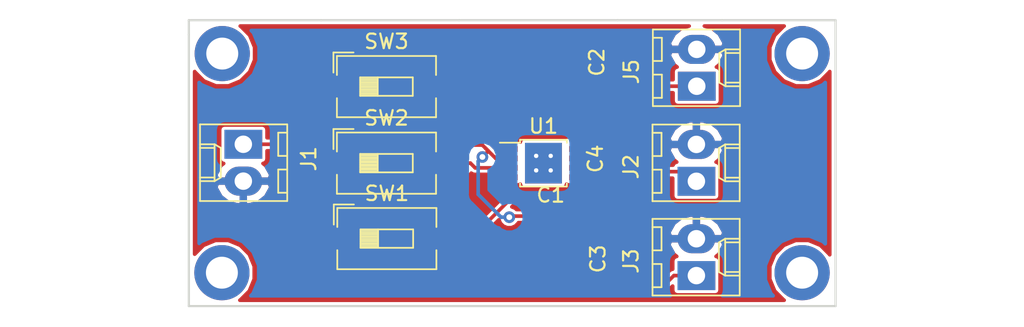
<source format=kicad_pcb>
(kicad_pcb (version 20171130) (host pcbnew "(5.0.2)-1")

  (general
    (thickness 1.6)
    (drawings 9)
    (tracks 62)
    (zones 0)
    (modules 16)
    (nets 9)
  )

  (page A4)
  (layers
    (0 F.Cu signal)
    (31 B.Cu signal)
    (32 B.Adhes user)
    (33 F.Adhes user)
    (34 B.Paste user)
    (35 F.Paste user)
    (36 B.SilkS user)
    (37 F.SilkS user)
    (38 B.Mask user)
    (39 F.Mask user)
    (40 Dwgs.User user)
    (41 Cmts.User user)
    (42 Eco1.User user)
    (43 Eco2.User user)
    (44 Edge.Cuts user)
    (45 Margin user)
    (46 B.CrtYd user)
    (47 F.CrtYd user)
    (48 B.Fab user)
    (49 F.Fab user)
  )

  (setup
    (last_trace_width 0.25)
    (trace_clearance 0.2)
    (zone_clearance 0.508)
    (zone_45_only no)
    (trace_min 0.2)
    (segment_width 0.2)
    (edge_width 0.15)
    (via_size 0.8)
    (via_drill 0.4)
    (via_min_size 0.4)
    (via_min_drill 0.3)
    (uvia_size 0.3)
    (uvia_drill 0.1)
    (uvias_allowed no)
    (uvia_min_size 0.2)
    (uvia_min_drill 0.1)
    (pcb_text_width 0.3)
    (pcb_text_size 1.5 1.5)
    (mod_edge_width 0.15)
    (mod_text_size 1 1)
    (mod_text_width 0.15)
    (pad_size 1.524 1.524)
    (pad_drill 0.762)
    (pad_to_mask_clearance 0.051)
    (solder_mask_min_width 0.25)
    (aux_axis_origin 0 0)
    (visible_elements FFFFFF7F)
    (pcbplotparams
      (layerselection 0x010fc_ffffffff)
      (usegerberextensions false)
      (usegerberattributes false)
      (usegerberadvancedattributes false)
      (creategerberjobfile false)
      (excludeedgelayer true)
      (linewidth 0.050000)
      (plotframeref false)
      (viasonmask false)
      (mode 1)
      (useauxorigin false)
      (hpglpennumber 1)
      (hpglpenspeed 20)
      (hpglpendiameter 15.000000)
      (psnegative false)
      (psa4output false)
      (plotreference true)
      (plotvalue true)
      (plotinvisibletext false)
      (padsonsilk false)
      (subtractmaskfromsilk false)
      (outputformat 1)
      (mirror false)
      (drillshape 1)
      (scaleselection 1)
      (outputdirectory ""))
  )

  (net 0 "")
  (net 1 /IN)
  (net 2 GND)
  (net 3 +1V8)
  (net 4 +1V5)
  (net 5 +3V3)
  (net 6 /EN1)
  (net 7 /EN2)
  (net 8 /EN3)

  (net_class Default "This is the default net class."
    (clearance 0.2)
    (trace_width 0.25)
    (via_dia 0.8)
    (via_drill 0.4)
    (uvia_dia 0.3)
    (uvia_drill 0.1)
    (add_net +1V5)
    (add_net +1V8)
    (add_net +3V3)
    (add_net /EN1)
    (add_net /EN2)
    (add_net /EN3)
    (add_net /IN)
    (add_net GND)
  )

  (module MountingHole:MountingHole_2.2mm_M2_ISO14580_Pad (layer F.Cu) (tedit 5D028FF3) (tstamp 5D02D189)
    (at 151.3 113)
    (descr "Mounting Hole 2.2mm, M2, ISO14580")
    (tags "mounting hole 2.2mm m2 iso14580")
    (attr virtual)
    (fp_text reference REF** (at 0 -2.9) (layer F.SilkS) hide
      (effects (font (size 1 1) (thickness 0.15)))
    )
    (fp_text value MountingHole_2.2mm_M2_ISO14580_Pad (at 0 2.9) (layer F.Fab)
      (effects (font (size 1 1) (thickness 0.15)))
    )
    (fp_text user %R (at 0.3 0) (layer F.Fab)
      (effects (font (size 1 1) (thickness 0.15)))
    )
    (fp_circle (center 0 0) (end 1.9 0) (layer Cmts.User) (width 0.15))
    (fp_circle (center 0 0) (end 2.15 0) (layer F.CrtYd) (width 0.05))
    (pad 1 thru_hole circle (at 0 0) (size 3.8 3.8) (drill 2.2) (layers *.Cu *.Mask))
  )

  (module MountingHole:MountingHole_2.2mm_M2_ISO14580_Pad (layer F.Cu) (tedit 5D028FDE) (tstamp 5D02D189)
    (at 151.3 97.9)
    (descr "Mounting Hole 2.2mm, M2, ISO14580")
    (tags "mounting hole 2.2mm m2 iso14580")
    (attr virtual)
    (fp_text reference REF** (at 0 -2.9) (layer F.SilkS) hide
      (effects (font (size 1 1) (thickness 0.15)))
    )
    (fp_text value MountingHole_2.2mm_M2_ISO14580_Pad (at 0 2.9) (layer F.Fab)
      (effects (font (size 1 1) (thickness 0.15)))
    )
    (fp_text user %R (at 0.3 0) (layer F.Fab)
      (effects (font (size 1 1) (thickness 0.15)))
    )
    (fp_circle (center 0 0) (end 1.9 0) (layer Cmts.User) (width 0.15))
    (fp_circle (center 0 0) (end 2.15 0) (layer F.CrtYd) (width 0.05))
    (pad 1 thru_hole circle (at 0 0) (size 3.8 3.8) (drill 2.2) (layers *.Cu *.Mask))
  )

  (module MountingHole:MountingHole_2.2mm_M2_ISO14580_Pad (layer F.Cu) (tedit 5D028FFB) (tstamp 5D02D189)
    (at 111.375 113)
    (descr "Mounting Hole 2.2mm, M2, ISO14580")
    (tags "mounting hole 2.2mm m2 iso14580")
    (attr virtual)
    (fp_text reference REF** (at 0 -2.9) (layer F.SilkS) hide
      (effects (font (size 1 1) (thickness 0.15)))
    )
    (fp_text value MountingHole_2.2mm_M2_ISO14580_Pad (at 0 2.9) (layer F.Fab)
      (effects (font (size 1 1) (thickness 0.15)))
    )
    (fp_text user %R (at 0.3 0) (layer F.Fab)
      (effects (font (size 1 1) (thickness 0.15)))
    )
    (fp_circle (center 0 0) (end 1.9 0) (layer Cmts.User) (width 0.15))
    (fp_circle (center 0 0) (end 2.15 0) (layer F.CrtYd) (width 0.05))
    (pad 1 thru_hole circle (at 0 0) (size 3.8 3.8) (drill 2.2) (layers *.Cu *.Mask))
  )

  (module Capacitor_SMD:C_0603_1608Metric_Pad0.99x1.00mm_HandSolder (layer F.Cu) (tedit 5AC5DB74) (tstamp 5D02BF30)
    (at 134 109.1)
    (descr "Capacitor SMD 0603 (1608 Metric), square (rectangular) end terminal, IPC_7351 nominal with elongated pad for handsoldering. (Body size source: http://www.tortai-tech.com/upload/download/2011102023233369053.pdf), generated with kicad-footprint-generator")
    (tags "capacitor handsolder")
    (path /5D029454)
    (attr smd)
    (fp_text reference C1 (at 0 -1.45) (layer F.SilkS)
      (effects (font (size 1 1) (thickness 0.15)))
    )
    (fp_text value C_Small (at 0 1.45) (layer F.Fab)
      (effects (font (size 1 1) (thickness 0.15)))
    )
    (fp_line (start -0.8 0.4) (end -0.8 -0.4) (layer F.Fab) (width 0.1))
    (fp_line (start -0.8 -0.4) (end 0.8 -0.4) (layer F.Fab) (width 0.1))
    (fp_line (start 0.8 -0.4) (end 0.8 0.4) (layer F.Fab) (width 0.1))
    (fp_line (start 0.8 0.4) (end -0.8 0.4) (layer F.Fab) (width 0.1))
    (fp_line (start -1.64 0.75) (end -1.64 -0.75) (layer F.CrtYd) (width 0.05))
    (fp_line (start -1.64 -0.75) (end 1.64 -0.75) (layer F.CrtYd) (width 0.05))
    (fp_line (start 1.64 -0.75) (end 1.64 0.75) (layer F.CrtYd) (width 0.05))
    (fp_line (start 1.64 0.75) (end -1.64 0.75) (layer F.CrtYd) (width 0.05))
    (fp_text user %R (at 0 0) (layer F.Fab)
      (effects (font (size 0.4 0.4) (thickness 0.06)))
    )
    (pad 1 smd rect (at -0.8875 0) (size 0.995 1) (layers F.Cu F.Paste F.Mask)
      (net 1 /IN))
    (pad 2 smd rect (at 0.8875 0) (size 0.995 1) (layers F.Cu F.Paste F.Mask)
      (net 2 GND))
    (model ${KISYS3DMOD}/Capacitor_SMD.3dshapes/C_0603_1608Metric.wrl
      (at (xyz 0 0 0))
      (scale (xyz 1 1 1))
      (rotate (xyz 0 0 0))
    )
  )

  (module Capacitor_SMD:C_0603_1608Metric_Pad0.99x1.00mm_HandSolder (layer F.Cu) (tedit 5AC5DB74) (tstamp 5D02BF3F)
    (at 138.625 98.5 90)
    (descr "Capacitor SMD 0603 (1608 Metric), square (rectangular) end terminal, IPC_7351 nominal with elongated pad for handsoldering. (Body size source: http://www.tortai-tech.com/upload/download/2011102023233369053.pdf), generated with kicad-footprint-generator")
    (tags "capacitor handsolder")
    (path /5D0288F7)
    (attr smd)
    (fp_text reference C2 (at 0 -1.45 90) (layer F.SilkS)
      (effects (font (size 1 1) (thickness 0.15)))
    )
    (fp_text value C_Small (at -0.1 0.9 90) (layer F.Fab)
      (effects (font (size 1 1) (thickness 0.15)))
    )
    (fp_line (start -0.8 0.4) (end -0.8 -0.4) (layer F.Fab) (width 0.1))
    (fp_line (start -0.8 -0.4) (end 0.8 -0.4) (layer F.Fab) (width 0.1))
    (fp_line (start 0.8 -0.4) (end 0.8 0.4) (layer F.Fab) (width 0.1))
    (fp_line (start 0.8 0.4) (end -0.8 0.4) (layer F.Fab) (width 0.1))
    (fp_line (start -1.64 0.75) (end -1.64 -0.75) (layer F.CrtYd) (width 0.05))
    (fp_line (start -1.64 -0.75) (end 1.64 -0.75) (layer F.CrtYd) (width 0.05))
    (fp_line (start 1.64 -0.75) (end 1.64 0.75) (layer F.CrtYd) (width 0.05))
    (fp_line (start 1.64 0.75) (end -1.64 0.75) (layer F.CrtYd) (width 0.05))
    (fp_text user %R (at 0 0 90) (layer F.Fab)
      (effects (font (size 0.4 0.4) (thickness 0.06)))
    )
    (pad 1 smd rect (at -0.8875 0 90) (size 0.995 1) (layers F.Cu F.Paste F.Mask)
      (net 3 +1V8))
    (pad 2 smd rect (at 0.8875 0 90) (size 0.995 1) (layers F.Cu F.Paste F.Mask)
      (net 2 GND))
    (model ${KISYS3DMOD}/Capacitor_SMD.3dshapes/C_0603_1608Metric.wrl
      (at (xyz 0 0 0))
      (scale (xyz 1 1 1))
      (rotate (xyz 0 0 0))
    )
  )

  (module Capacitor_SMD:C_0603_1608Metric_Pad0.99x1.00mm_HandSolder (layer F.Cu) (tedit 5AC5DB74) (tstamp 5D02BF4E)
    (at 138.7 112.05 90)
    (descr "Capacitor SMD 0603 (1608 Metric), square (rectangular) end terminal, IPC_7351 nominal with elongated pad for handsoldering. (Body size source: http://www.tortai-tech.com/upload/download/2011102023233369053.pdf), generated with kicad-footprint-generator")
    (tags "capacitor handsolder")
    (path /5D02875A)
    (attr smd)
    (fp_text reference C3 (at 0 -1.45 90) (layer F.SilkS)
      (effects (font (size 1 1) (thickness 0.15)))
    )
    (fp_text value C_Small (at 0 1.45 90) (layer F.Fab)
      (effects (font (size 1 1) (thickness 0.15)))
    )
    (fp_text user %R (at 0 0 90) (layer F.Fab)
      (effects (font (size 0.4 0.4) (thickness 0.06)))
    )
    (fp_line (start 1.64 0.75) (end -1.64 0.75) (layer F.CrtYd) (width 0.05))
    (fp_line (start 1.64 -0.75) (end 1.64 0.75) (layer F.CrtYd) (width 0.05))
    (fp_line (start -1.64 -0.75) (end 1.64 -0.75) (layer F.CrtYd) (width 0.05))
    (fp_line (start -1.64 0.75) (end -1.64 -0.75) (layer F.CrtYd) (width 0.05))
    (fp_line (start 0.8 0.4) (end -0.8 0.4) (layer F.Fab) (width 0.1))
    (fp_line (start 0.8 -0.4) (end 0.8 0.4) (layer F.Fab) (width 0.1))
    (fp_line (start -0.8 -0.4) (end 0.8 -0.4) (layer F.Fab) (width 0.1))
    (fp_line (start -0.8 0.4) (end -0.8 -0.4) (layer F.Fab) (width 0.1))
    (pad 2 smd rect (at 0.8875 0 90) (size 0.995 1) (layers F.Cu F.Paste F.Mask)
      (net 2 GND))
    (pad 1 smd rect (at -0.8875 0 90) (size 0.995 1) (layers F.Cu F.Paste F.Mask)
      (net 4 +1V5))
    (model ${KISYS3DMOD}/Capacitor_SMD.3dshapes/C_0603_1608Metric.wrl
      (at (xyz 0 0 0))
      (scale (xyz 1 1 1))
      (rotate (xyz 0 0 0))
    )
  )

  (module Capacitor_SMD:C_0603_1608Metric_Pad0.99x1.00mm_HandSolder (layer F.Cu) (tedit 5AC5DB74) (tstamp 5D02BF5D)
    (at 138.525 105.15 90)
    (descr "Capacitor SMD 0603 (1608 Metric), square (rectangular) end terminal, IPC_7351 nominal with elongated pad for handsoldering. (Body size source: http://www.tortai-tech.com/upload/download/2011102023233369053.pdf), generated with kicad-footprint-generator")
    (tags "capacitor handsolder")
    (path /5D0289AB)
    (attr smd)
    (fp_text reference C4 (at 0 -1.45 90) (layer F.SilkS)
      (effects (font (size 1 1) (thickness 0.15)))
    )
    (fp_text value C_Small (at 0 1.45 90) (layer F.Fab)
      (effects (font (size 1 1) (thickness 0.15)))
    )
    (fp_text user %R (at 0 0 90) (layer F.Fab)
      (effects (font (size 0.4 0.4) (thickness 0.06)))
    )
    (fp_line (start 1.64 0.75) (end -1.64 0.75) (layer F.CrtYd) (width 0.05))
    (fp_line (start 1.64 -0.75) (end 1.64 0.75) (layer F.CrtYd) (width 0.05))
    (fp_line (start -1.64 -0.75) (end 1.64 -0.75) (layer F.CrtYd) (width 0.05))
    (fp_line (start -1.64 0.75) (end -1.64 -0.75) (layer F.CrtYd) (width 0.05))
    (fp_line (start 0.8 0.4) (end -0.8 0.4) (layer F.Fab) (width 0.1))
    (fp_line (start 0.8 -0.4) (end 0.8 0.4) (layer F.Fab) (width 0.1))
    (fp_line (start -0.8 -0.4) (end 0.8 -0.4) (layer F.Fab) (width 0.1))
    (fp_line (start -0.8 0.4) (end -0.8 -0.4) (layer F.Fab) (width 0.1))
    (pad 2 smd rect (at 0.8875 0 90) (size 0.995 1) (layers F.Cu F.Paste F.Mask)
      (net 2 GND))
    (pad 1 smd rect (at -0.8875 0 90) (size 0.995 1) (layers F.Cu F.Paste F.Mask)
      (net 4 +1V5))
    (model ${KISYS3DMOD}/Capacitor_SMD.3dshapes/C_0603_1608Metric.wrl
      (at (xyz 0 0 0))
      (scale (xyz 1 1 1))
      (rotate (xyz 0 0 0))
    )
  )

  (module Connectors_Molex:Molex_KK-6410-02_02x2.54mm_Straight (layer F.Cu) (tedit 58EE6EE4) (tstamp 5D02BF7E)
    (at 112.85 104.15 270)
    (descr "Connector Headers with Friction Lock, 22-27-2021, http://www.molex.com/pdm_docs/sd/022272021_sd.pdf")
    (tags "connector molex kk_6410 22-27-2021")
    (path /5D022D4D)
    (fp_text reference J1 (at 1 -4.5 270) (layer F.SilkS)
      (effects (font (size 1 1) (thickness 0.15)))
    )
    (fp_text value Conn_01x02 (at 1.27 4.5 270) (layer F.Fab)
      (effects (font (size 1 1) (thickness 0.15)))
    )
    (fp_text user %R (at 1.27 0 270) (layer F.Fab)
      (effects (font (size 1 1) (thickness 0.15)))
    )
    (fp_line (start 4.45 3.5) (end -1.9 3.5) (layer F.CrtYd) (width 0.05))
    (fp_line (start 4.45 -3.55) (end 4.45 3.5) (layer F.CrtYd) (width 0.05))
    (fp_line (start -1.9 -3.55) (end 4.45 -3.55) (layer F.CrtYd) (width 0.05))
    (fp_line (start -1.9 3.5) (end -1.9 -3.55) (layer F.CrtYd) (width 0.05))
    (fp_line (start 3.34 -2.4) (end 3.34 -3.02) (layer F.SilkS) (width 0.12))
    (fp_line (start 1.74 -2.4) (end 3.34 -2.4) (layer F.SilkS) (width 0.12))
    (fp_line (start 1.74 -3.02) (end 1.74 -2.4) (layer F.SilkS) (width 0.12))
    (fp_line (start 0.8 -2.4) (end 0.8 -3.02) (layer F.SilkS) (width 0.12))
    (fp_line (start -0.8 -2.4) (end 0.8 -2.4) (layer F.SilkS) (width 0.12))
    (fp_line (start -0.8 -3.02) (end -0.8 -2.4) (layer F.SilkS) (width 0.12))
    (fp_line (start 2.29 2.98) (end 2.29 1.98) (layer F.SilkS) (width 0.12))
    (fp_line (start 0.25 2.98) (end 0.25 1.98) (layer F.SilkS) (width 0.12))
    (fp_line (start 2.29 1.55) (end 2.54 1.98) (layer F.SilkS) (width 0.12))
    (fp_line (start 0.25 1.55) (end 2.29 1.55) (layer F.SilkS) (width 0.12))
    (fp_line (start 0 1.98) (end 0.25 1.55) (layer F.SilkS) (width 0.12))
    (fp_line (start 2.54 1.98) (end 2.54 2.98) (layer F.SilkS) (width 0.12))
    (fp_line (start 0 1.98) (end 2.54 1.98) (layer F.SilkS) (width 0.12))
    (fp_line (start 0 2.98) (end 0 1.98) (layer F.SilkS) (width 0.12))
    (fp_line (start 3.91 -3.02) (end -1.37 -3.02) (layer F.SilkS) (width 0.12))
    (fp_line (start 3.91 2.98) (end 3.91 -3.02) (layer F.SilkS) (width 0.12))
    (fp_line (start -1.37 2.98) (end 3.91 2.98) (layer F.SilkS) (width 0.12))
    (fp_line (start -1.37 -3.02) (end -1.37 2.98) (layer F.SilkS) (width 0.12))
    (fp_line (start 4.01 -3.12) (end -1.47 -3.12) (layer F.Fab) (width 0.12))
    (fp_line (start 4.01 3.08) (end 4.01 -3.12) (layer F.Fab) (width 0.12))
    (fp_line (start -1.47 3.08) (end 4.01 3.08) (layer F.Fab) (width 0.12))
    (fp_line (start -1.47 -3.12) (end -1.47 3.08) (layer F.Fab) (width 0.12))
    (pad 2 thru_hole oval (at 2.54 0 270) (size 2 2.6) (drill 1.2) (layers *.Cu *.Mask)
      (net 2 GND))
    (pad 1 thru_hole rect (at 0 0 270) (size 2 2.6) (drill 1.2) (layers *.Cu *.Mask)
      (net 1 /IN))
    (model "E:/3D files/5mm-terminal-block-2-position-black-blue-green-1.snapshot.3/AB2_TB_02_RA_5MM-BLK.x3d"
      (offset (xyz 1.5 0 0))
      (scale (xyz 0.2 0.3 0.25))
      (rotate (xyz 0 0 0))
    )
  )

  (module Connectors_Molex:Molex_KK-6410-02_02x2.54mm_Straight (layer F.Cu) (tedit 58EE6EE4) (tstamp 5D02BF9F)
    (at 144.025 106.7 90)
    (descr "Connector Headers with Friction Lock, 22-27-2021, http://www.molex.com/pdm_docs/sd/022272021_sd.pdf")
    (tags "connector molex kk_6410 22-27-2021")
    (path /5D02A8B6)
    (fp_text reference J2 (at 1 -4.5 90) (layer F.SilkS)
      (effects (font (size 1 1) (thickness 0.15)))
    )
    (fp_text value Conn_01x02 (at 1.27 4.5 90) (layer F.Fab)
      (effects (font (size 1 1) (thickness 0.15)))
    )
    (fp_line (start -1.47 -3.12) (end -1.47 3.08) (layer F.Fab) (width 0.12))
    (fp_line (start -1.47 3.08) (end 4.01 3.08) (layer F.Fab) (width 0.12))
    (fp_line (start 4.01 3.08) (end 4.01 -3.12) (layer F.Fab) (width 0.12))
    (fp_line (start 4.01 -3.12) (end -1.47 -3.12) (layer F.Fab) (width 0.12))
    (fp_line (start -1.37 -3.02) (end -1.37 2.98) (layer F.SilkS) (width 0.12))
    (fp_line (start -1.37 2.98) (end 3.91 2.98) (layer F.SilkS) (width 0.12))
    (fp_line (start 3.91 2.98) (end 3.91 -3.02) (layer F.SilkS) (width 0.12))
    (fp_line (start 3.91 -3.02) (end -1.37 -3.02) (layer F.SilkS) (width 0.12))
    (fp_line (start 0 2.98) (end 0 1.98) (layer F.SilkS) (width 0.12))
    (fp_line (start 0 1.98) (end 2.54 1.98) (layer F.SilkS) (width 0.12))
    (fp_line (start 2.54 1.98) (end 2.54 2.98) (layer F.SilkS) (width 0.12))
    (fp_line (start 0 1.98) (end 0.25 1.55) (layer F.SilkS) (width 0.12))
    (fp_line (start 0.25 1.55) (end 2.29 1.55) (layer F.SilkS) (width 0.12))
    (fp_line (start 2.29 1.55) (end 2.54 1.98) (layer F.SilkS) (width 0.12))
    (fp_line (start 0.25 2.98) (end 0.25 1.98) (layer F.SilkS) (width 0.12))
    (fp_line (start 2.29 2.98) (end 2.29 1.98) (layer F.SilkS) (width 0.12))
    (fp_line (start -0.8 -3.02) (end -0.8 -2.4) (layer F.SilkS) (width 0.12))
    (fp_line (start -0.8 -2.4) (end 0.8 -2.4) (layer F.SilkS) (width 0.12))
    (fp_line (start 0.8 -2.4) (end 0.8 -3.02) (layer F.SilkS) (width 0.12))
    (fp_line (start 1.74 -3.02) (end 1.74 -2.4) (layer F.SilkS) (width 0.12))
    (fp_line (start 1.74 -2.4) (end 3.34 -2.4) (layer F.SilkS) (width 0.12))
    (fp_line (start 3.34 -2.4) (end 3.34 -3.02) (layer F.SilkS) (width 0.12))
    (fp_line (start -1.9 3.5) (end -1.9 -3.55) (layer F.CrtYd) (width 0.05))
    (fp_line (start -1.9 -3.55) (end 4.45 -3.55) (layer F.CrtYd) (width 0.05))
    (fp_line (start 4.45 -3.55) (end 4.45 3.5) (layer F.CrtYd) (width 0.05))
    (fp_line (start 4.45 3.5) (end -1.9 3.5) (layer F.CrtYd) (width 0.05))
    (fp_text user %R (at 1.27 0 90) (layer F.Fab)
      (effects (font (size 1 1) (thickness 0.15)))
    )
    (pad 1 thru_hole rect (at 0 0 90) (size 2 2.6) (drill 1.2) (layers *.Cu *.Mask)
      (net 4 +1V5))
    (pad 2 thru_hole oval (at 2.54 0 90) (size 2 2.6) (drill 1.2) (layers *.Cu *.Mask)
      (net 2 GND))
    (model "E:/3D files/5mm-terminal-block-2-position-black-blue-green-1.snapshot.3/AB2_TB_02_RA_5MM-BLK.x3d"
      (offset (xyz 1.5 0 0))
      (scale (xyz 0.2 0.3 0.25))
      (rotate (xyz 0 0 0))
    )
  )

  (module Connectors_Molex:Molex_KK-6410-02_02x2.54mm_Straight (layer F.Cu) (tedit 58EE6EE4) (tstamp 5D02D852)
    (at 144.025 113.2 90)
    (descr "Connector Headers with Friction Lock, 22-27-2021, http://www.molex.com/pdm_docs/sd/022272021_sd.pdf")
    (tags "connector molex kk_6410 22-27-2021")
    (path /5D02AAE2)
    (fp_text reference J3 (at 1 -4.5 90) (layer F.SilkS)
      (effects (font (size 1 1) (thickness 0.15)))
    )
    (fp_text value Conn_01x02 (at 1.27 4.5 90) (layer F.Fab)
      (effects (font (size 1 1) (thickness 0.15)))
    )
    (fp_text user %R (at 1.27 0 90) (layer F.Fab)
      (effects (font (size 1 1) (thickness 0.15)))
    )
    (fp_line (start 4.45 3.5) (end -1.9 3.5) (layer F.CrtYd) (width 0.05))
    (fp_line (start 4.45 -3.55) (end 4.45 3.5) (layer F.CrtYd) (width 0.05))
    (fp_line (start -1.9 -3.55) (end 4.45 -3.55) (layer F.CrtYd) (width 0.05))
    (fp_line (start -1.9 3.5) (end -1.9 -3.55) (layer F.CrtYd) (width 0.05))
    (fp_line (start 3.34 -2.4) (end 3.34 -3.02) (layer F.SilkS) (width 0.12))
    (fp_line (start 1.74 -2.4) (end 3.34 -2.4) (layer F.SilkS) (width 0.12))
    (fp_line (start 1.74 -3.02) (end 1.74 -2.4) (layer F.SilkS) (width 0.12))
    (fp_line (start 0.8 -2.4) (end 0.8 -3.02) (layer F.SilkS) (width 0.12))
    (fp_line (start -0.8 -2.4) (end 0.8 -2.4) (layer F.SilkS) (width 0.12))
    (fp_line (start -0.8 -3.02) (end -0.8 -2.4) (layer F.SilkS) (width 0.12))
    (fp_line (start 2.29 2.98) (end 2.29 1.98) (layer F.SilkS) (width 0.12))
    (fp_line (start 0.25 2.98) (end 0.25 1.98) (layer F.SilkS) (width 0.12))
    (fp_line (start 2.29 1.55) (end 2.54 1.98) (layer F.SilkS) (width 0.12))
    (fp_line (start 0.25 1.55) (end 2.29 1.55) (layer F.SilkS) (width 0.12))
    (fp_line (start 0 1.98) (end 0.25 1.55) (layer F.SilkS) (width 0.12))
    (fp_line (start 2.54 1.98) (end 2.54 2.98) (layer F.SilkS) (width 0.12))
    (fp_line (start 0 1.98) (end 2.54 1.98) (layer F.SilkS) (width 0.12))
    (fp_line (start 0 2.98) (end 0 1.98) (layer F.SilkS) (width 0.12))
    (fp_line (start 3.91 -3.02) (end -1.37 -3.02) (layer F.SilkS) (width 0.12))
    (fp_line (start 3.91 2.98) (end 3.91 -3.02) (layer F.SilkS) (width 0.12))
    (fp_line (start -1.37 2.98) (end 3.91 2.98) (layer F.SilkS) (width 0.12))
    (fp_line (start -1.37 -3.02) (end -1.37 2.98) (layer F.SilkS) (width 0.12))
    (fp_line (start 4.01 -3.12) (end -1.47 -3.12) (layer F.Fab) (width 0.12))
    (fp_line (start 4.01 3.08) (end 4.01 -3.12) (layer F.Fab) (width 0.12))
    (fp_line (start -1.47 3.08) (end 4.01 3.08) (layer F.Fab) (width 0.12))
    (fp_line (start -1.47 -3.12) (end -1.47 3.08) (layer F.Fab) (width 0.12))
    (pad 2 thru_hole oval (at 2.54 0 90) (size 2 2.6) (drill 1.2) (layers *.Cu *.Mask)
      (net 2 GND))
    (pad 1 thru_hole rect (at 0 0 90) (size 2 2.6) (drill 1.2) (layers *.Cu *.Mask)
      (net 5 +3V3))
    (model "E:/3D files/5mm-terminal-block-2-position-black-blue-green-1.snapshot.3/AB2_TB_02_RA_5MM-BLK.x3d"
      (offset (xyz 1.5 0 0))
      (scale (xyz 0.2 0.3 0.25))
      (rotate (xyz 0 0 0))
    )
  )

  (module Connectors_Molex:Molex_KK-6410-02_02x2.54mm_Straight (layer F.Cu) (tedit 58EE6EE4) (tstamp 5D02C002)
    (at 144.05 100.15 90)
    (descr "Connector Headers with Friction Lock, 22-27-2021, http://www.molex.com/pdm_docs/sd/022272021_sd.pdf")
    (tags "connector molex kk_6410 22-27-2021")
    (path /5D02A9F9)
    (fp_text reference J5 (at 1 -4.5 90) (layer F.SilkS)
      (effects (font (size 1 1) (thickness 0.15)))
    )
    (fp_text value Conn_01x02 (at 1.27 4.5 90) (layer F.Fab)
      (effects (font (size 1 1) (thickness 0.15)))
    )
    (fp_text user %R (at 1.27 0 90) (layer F.Fab)
      (effects (font (size 1 1) (thickness 0.15)))
    )
    (fp_line (start 4.45 3.5) (end -1.9 3.5) (layer F.CrtYd) (width 0.05))
    (fp_line (start 4.45 -3.55) (end 4.45 3.5) (layer F.CrtYd) (width 0.05))
    (fp_line (start -1.9 -3.55) (end 4.45 -3.55) (layer F.CrtYd) (width 0.05))
    (fp_line (start -1.9 3.5) (end -1.9 -3.55) (layer F.CrtYd) (width 0.05))
    (fp_line (start 3.34 -2.4) (end 3.34 -3.02) (layer F.SilkS) (width 0.12))
    (fp_line (start 1.74 -2.4) (end 3.34 -2.4) (layer F.SilkS) (width 0.12))
    (fp_line (start 1.74 -3.02) (end 1.74 -2.4) (layer F.SilkS) (width 0.12))
    (fp_line (start 0.8 -2.4) (end 0.8 -3.02) (layer F.SilkS) (width 0.12))
    (fp_line (start -0.8 -2.4) (end 0.8 -2.4) (layer F.SilkS) (width 0.12))
    (fp_line (start -0.8 -3.02) (end -0.8 -2.4) (layer F.SilkS) (width 0.12))
    (fp_line (start 2.29 2.98) (end 2.29 1.98) (layer F.SilkS) (width 0.12))
    (fp_line (start 0.25 2.98) (end 0.25 1.98) (layer F.SilkS) (width 0.12))
    (fp_line (start 2.29 1.55) (end 2.54 1.98) (layer F.SilkS) (width 0.12))
    (fp_line (start 0.25 1.55) (end 2.29 1.55) (layer F.SilkS) (width 0.12))
    (fp_line (start 0 1.98) (end 0.25 1.55) (layer F.SilkS) (width 0.12))
    (fp_line (start 2.54 1.98) (end 2.54 2.98) (layer F.SilkS) (width 0.12))
    (fp_line (start 0 1.98) (end 2.54 1.98) (layer F.SilkS) (width 0.12))
    (fp_line (start 0 2.98) (end 0 1.98) (layer F.SilkS) (width 0.12))
    (fp_line (start 3.91 -3.02) (end -1.37 -3.02) (layer F.SilkS) (width 0.12))
    (fp_line (start 3.91 2.98) (end 3.91 -3.02) (layer F.SilkS) (width 0.12))
    (fp_line (start -1.37 2.98) (end 3.91 2.98) (layer F.SilkS) (width 0.12))
    (fp_line (start -1.37 -3.02) (end -1.37 2.98) (layer F.SilkS) (width 0.12))
    (fp_line (start 4.01 -3.12) (end -1.47 -3.12) (layer F.Fab) (width 0.12))
    (fp_line (start 4.01 3.08) (end 4.01 -3.12) (layer F.Fab) (width 0.12))
    (fp_line (start -1.47 3.08) (end 4.01 3.08) (layer F.Fab) (width 0.12))
    (fp_line (start -1.47 -3.12) (end -1.47 3.08) (layer F.Fab) (width 0.12))
    (pad 2 thru_hole oval (at 2.54 0 90) (size 2 2.6) (drill 1.2) (layers *.Cu *.Mask)
      (net 2 GND))
    (pad 1 thru_hole rect (at 0 0 90) (size 2 2.6) (drill 1.2) (layers *.Cu *.Mask)
      (net 3 +1V8))
    (model "E:/3D files/5mm-terminal-block-2-position-black-blue-green-1.snapshot.3/AB2_TB_02_RA_5MM-BLK.x3d"
      (offset (xyz 1.5 0 0))
      (scale (xyz 0.2 0.3 0.25))
      (rotate (xyz 0 0 0))
    )
  )

  (module Button_Switch_SMD:SW_DIP_SPSTx01_Slide_6.7x4.1mm_W8.61mm_P2.54mm_LowProfile (layer F.Cu) (tedit 5A4E1404) (tstamp 5D02C03B)
    (at 122.725 110.65)
    (descr "SMD 1x-dip-switch SPST , Slide, row spacing 8.61 mm (338 mils), body size 6.7x4.1mm (see e.g. https://www.ctscorp.com/wp-content/uploads/219.pdf), SMD, LowProfile")
    (tags "SMD DIP Switch SPST Slide 8.61mm 338mil SMD LowProfile")
    (path /5D0271E6)
    (attr smd)
    (fp_text reference SW1 (at 0 -3.11) (layer F.SilkS)
      (effects (font (size 1 1) (thickness 0.15)))
    )
    (fp_text value SW_Push (at 0 3.11) (layer F.Fab)
      (effects (font (size 1 1) (thickness 0.15)))
    )
    (fp_line (start -2.35 -2.05) (end 3.35 -2.05) (layer F.Fab) (width 0.1))
    (fp_line (start 3.35 -2.05) (end 3.35 2.05) (layer F.Fab) (width 0.1))
    (fp_line (start 3.35 2.05) (end -3.35 2.05) (layer F.Fab) (width 0.1))
    (fp_line (start -3.35 2.05) (end -3.35 -1.05) (layer F.Fab) (width 0.1))
    (fp_line (start -3.35 -1.05) (end -2.35 -2.05) (layer F.Fab) (width 0.1))
    (fp_line (start -1.81 -0.635) (end -1.81 0.635) (layer F.Fab) (width 0.1))
    (fp_line (start -1.81 0.635) (end 1.81 0.635) (layer F.Fab) (width 0.1))
    (fp_line (start 1.81 0.635) (end 1.81 -0.635) (layer F.Fab) (width 0.1))
    (fp_line (start 1.81 -0.635) (end -1.81 -0.635) (layer F.Fab) (width 0.1))
    (fp_line (start -1.81 -0.535) (end -0.603333 -0.535) (layer F.Fab) (width 0.1))
    (fp_line (start -1.81 -0.435) (end -0.603333 -0.435) (layer F.Fab) (width 0.1))
    (fp_line (start -1.81 -0.335) (end -0.603333 -0.335) (layer F.Fab) (width 0.1))
    (fp_line (start -1.81 -0.235) (end -0.603333 -0.235) (layer F.Fab) (width 0.1))
    (fp_line (start -1.81 -0.135) (end -0.603333 -0.135) (layer F.Fab) (width 0.1))
    (fp_line (start -1.81 -0.035) (end -0.603333 -0.035) (layer F.Fab) (width 0.1))
    (fp_line (start -1.81 0.065) (end -0.603333 0.065) (layer F.Fab) (width 0.1))
    (fp_line (start -1.81 0.165) (end -0.603333 0.165) (layer F.Fab) (width 0.1))
    (fp_line (start -1.81 0.265) (end -0.603333 0.265) (layer F.Fab) (width 0.1))
    (fp_line (start -1.81 0.365) (end -0.603333 0.365) (layer F.Fab) (width 0.1))
    (fp_line (start -1.81 0.465) (end -0.603333 0.465) (layer F.Fab) (width 0.1))
    (fp_line (start -1.81 0.565) (end -0.603333 0.565) (layer F.Fab) (width 0.1))
    (fp_line (start -0.603333 -0.635) (end -0.603333 0.635) (layer F.Fab) (width 0.1))
    (fp_line (start -3.41 -2.11) (end 3.41 -2.11) (layer F.SilkS) (width 0.12))
    (fp_line (start -3.41 2.11) (end 3.41 2.11) (layer F.SilkS) (width 0.12))
    (fp_line (start -3.41 -2.11) (end -3.41 -0.8) (layer F.SilkS) (width 0.12))
    (fp_line (start -3.41 0.8) (end -3.41 2.11) (layer F.SilkS) (width 0.12))
    (fp_line (start 3.41 -2.11) (end 3.41 -0.8) (layer F.SilkS) (width 0.12))
    (fp_line (start 3.41 0.8) (end 3.41 2.11) (layer F.SilkS) (width 0.12))
    (fp_line (start -3.65 -2.35) (end -2.267 -2.35) (layer F.SilkS) (width 0.12))
    (fp_line (start -3.65 -2.35) (end -3.65 -0.967) (layer F.SilkS) (width 0.12))
    (fp_line (start -1.81 -0.635) (end -1.81 0.635) (layer F.SilkS) (width 0.12))
    (fp_line (start -1.81 0.635) (end 1.81 0.635) (layer F.SilkS) (width 0.12))
    (fp_line (start 1.81 0.635) (end 1.81 -0.635) (layer F.SilkS) (width 0.12))
    (fp_line (start 1.81 -0.635) (end -1.81 -0.635) (layer F.SilkS) (width 0.12))
    (fp_line (start -1.81 -0.515) (end -0.603333 -0.515) (layer F.SilkS) (width 0.12))
    (fp_line (start -1.81 -0.395) (end -0.603333 -0.395) (layer F.SilkS) (width 0.12))
    (fp_line (start -1.81 -0.275) (end -0.603333 -0.275) (layer F.SilkS) (width 0.12))
    (fp_line (start -1.81 -0.155) (end -0.603333 -0.155) (layer F.SilkS) (width 0.12))
    (fp_line (start -1.81 -0.035) (end -0.603333 -0.035) (layer F.SilkS) (width 0.12))
    (fp_line (start -1.81 0.085) (end -0.603333 0.085) (layer F.SilkS) (width 0.12))
    (fp_line (start -1.81 0.205) (end -0.603333 0.205) (layer F.SilkS) (width 0.12))
    (fp_line (start -1.81 0.325) (end -0.603333 0.325) (layer F.SilkS) (width 0.12))
    (fp_line (start -1.81 0.445) (end -0.603333 0.445) (layer F.SilkS) (width 0.12))
    (fp_line (start -1.81 0.565) (end -0.603333 0.565) (layer F.SilkS) (width 0.12))
    (fp_line (start -0.603333 -0.635) (end -0.603333 0.635) (layer F.SilkS) (width 0.12))
    (fp_line (start -5.8 -2.4) (end -5.8 2.4) (layer F.CrtYd) (width 0.05))
    (fp_line (start -5.8 2.4) (end 5.8 2.4) (layer F.CrtYd) (width 0.05))
    (fp_line (start 5.8 2.4) (end 5.8 -2.4) (layer F.CrtYd) (width 0.05))
    (fp_line (start 5.8 -2.4) (end -5.8 -2.4) (layer F.CrtYd) (width 0.05))
    (fp_text user %R (at 2.58 0 90) (layer F.Fab)
      (effects (font (size 0.6 0.6) (thickness 0.09)))
    )
    (fp_text user on (at 0.4275 -1.3425) (layer F.Fab)
      (effects (font (size 0.6 0.6) (thickness 0.09)))
    )
    (pad 1 smd rect (at -4.305 0) (size 2.44 1.12) (layers F.Cu F.Paste F.Mask)
      (net 1 /IN))
    (pad 2 smd rect (at 4.305 0) (size 2.44 1.12) (layers F.Cu F.Paste F.Mask)
      (net 6 /EN1))
    (model ${KISYS3DMOD}/Button_Switch_SMD.3dshapes/SW_DIP_SPSTx01_Slide_6.7x4.1mm_W8.61mm_P2.54mm_LowProfile.wrl
      (at (xyz 0 0 0))
      (scale (xyz 1 1 1))
      (rotate (xyz 0 0 90))
    )
  )

  (module Button_Switch_SMD:SW_DIP_SPSTx01_Slide_6.7x4.1mm_W8.61mm_P2.54mm_LowProfile (layer F.Cu) (tedit 5A4E1404) (tstamp 5D02D306)
    (at 122.7 105.45)
    (descr "SMD 1x-dip-switch SPST , Slide, row spacing 8.61 mm (338 mils), body size 6.7x4.1mm (see e.g. https://www.ctscorp.com/wp-content/uploads/219.pdf), SMD, LowProfile")
    (tags "SMD DIP Switch SPST Slide 8.61mm 338mil SMD LowProfile")
    (path /5D02A49A)
    (attr smd)
    (fp_text reference SW2 (at 0 -3.11) (layer F.SilkS)
      (effects (font (size 1 1) (thickness 0.15)))
    )
    (fp_text value SW_Push (at 0 3.11) (layer F.Fab)
      (effects (font (size 1 1) (thickness 0.15)))
    )
    (fp_text user on (at 0.4275 -1.3425) (layer F.Fab)
      (effects (font (size 0.6 0.6) (thickness 0.09)))
    )
    (fp_text user %R (at 2.58 0 90) (layer F.Fab)
      (effects (font (size 0.6 0.6) (thickness 0.09)))
    )
    (fp_line (start 5.8 -2.4) (end -5.8 -2.4) (layer F.CrtYd) (width 0.05))
    (fp_line (start 5.8 2.4) (end 5.8 -2.4) (layer F.CrtYd) (width 0.05))
    (fp_line (start -5.8 2.4) (end 5.8 2.4) (layer F.CrtYd) (width 0.05))
    (fp_line (start -5.8 -2.4) (end -5.8 2.4) (layer F.CrtYd) (width 0.05))
    (fp_line (start -0.603333 -0.635) (end -0.603333 0.635) (layer F.SilkS) (width 0.12))
    (fp_line (start -1.81 0.565) (end -0.603333 0.565) (layer F.SilkS) (width 0.12))
    (fp_line (start -1.81 0.445) (end -0.603333 0.445) (layer F.SilkS) (width 0.12))
    (fp_line (start -1.81 0.325) (end -0.603333 0.325) (layer F.SilkS) (width 0.12))
    (fp_line (start -1.81 0.205) (end -0.603333 0.205) (layer F.SilkS) (width 0.12))
    (fp_line (start -1.81 0.085) (end -0.603333 0.085) (layer F.SilkS) (width 0.12))
    (fp_line (start -1.81 -0.035) (end -0.603333 -0.035) (layer F.SilkS) (width 0.12))
    (fp_line (start -1.81 -0.155) (end -0.603333 -0.155) (layer F.SilkS) (width 0.12))
    (fp_line (start -1.81 -0.275) (end -0.603333 -0.275) (layer F.SilkS) (width 0.12))
    (fp_line (start -1.81 -0.395) (end -0.603333 -0.395) (layer F.SilkS) (width 0.12))
    (fp_line (start -1.81 -0.515) (end -0.603333 -0.515) (layer F.SilkS) (width 0.12))
    (fp_line (start 1.81 -0.635) (end -1.81 -0.635) (layer F.SilkS) (width 0.12))
    (fp_line (start 1.81 0.635) (end 1.81 -0.635) (layer F.SilkS) (width 0.12))
    (fp_line (start -1.81 0.635) (end 1.81 0.635) (layer F.SilkS) (width 0.12))
    (fp_line (start -1.81 -0.635) (end -1.81 0.635) (layer F.SilkS) (width 0.12))
    (fp_line (start -3.65 -2.35) (end -3.65 -0.967) (layer F.SilkS) (width 0.12))
    (fp_line (start -3.65 -2.35) (end -2.267 -2.35) (layer F.SilkS) (width 0.12))
    (fp_line (start 3.41 0.8) (end 3.41 2.11) (layer F.SilkS) (width 0.12))
    (fp_line (start 3.41 -2.11) (end 3.41 -0.8) (layer F.SilkS) (width 0.12))
    (fp_line (start -3.41 0.8) (end -3.41 2.11) (layer F.SilkS) (width 0.12))
    (fp_line (start -3.41 -2.11) (end -3.41 -0.8) (layer F.SilkS) (width 0.12))
    (fp_line (start -3.41 2.11) (end 3.41 2.11) (layer F.SilkS) (width 0.12))
    (fp_line (start -3.41 -2.11) (end 3.41 -2.11) (layer F.SilkS) (width 0.12))
    (fp_line (start -0.603333 -0.635) (end -0.603333 0.635) (layer F.Fab) (width 0.1))
    (fp_line (start -1.81 0.565) (end -0.603333 0.565) (layer F.Fab) (width 0.1))
    (fp_line (start -1.81 0.465) (end -0.603333 0.465) (layer F.Fab) (width 0.1))
    (fp_line (start -1.81 0.365) (end -0.603333 0.365) (layer F.Fab) (width 0.1))
    (fp_line (start -1.81 0.265) (end -0.603333 0.265) (layer F.Fab) (width 0.1))
    (fp_line (start -1.81 0.165) (end -0.603333 0.165) (layer F.Fab) (width 0.1))
    (fp_line (start -1.81 0.065) (end -0.603333 0.065) (layer F.Fab) (width 0.1))
    (fp_line (start -1.81 -0.035) (end -0.603333 -0.035) (layer F.Fab) (width 0.1))
    (fp_line (start -1.81 -0.135) (end -0.603333 -0.135) (layer F.Fab) (width 0.1))
    (fp_line (start -1.81 -0.235) (end -0.603333 -0.235) (layer F.Fab) (width 0.1))
    (fp_line (start -1.81 -0.335) (end -0.603333 -0.335) (layer F.Fab) (width 0.1))
    (fp_line (start -1.81 -0.435) (end -0.603333 -0.435) (layer F.Fab) (width 0.1))
    (fp_line (start -1.81 -0.535) (end -0.603333 -0.535) (layer F.Fab) (width 0.1))
    (fp_line (start 1.81 -0.635) (end -1.81 -0.635) (layer F.Fab) (width 0.1))
    (fp_line (start 1.81 0.635) (end 1.81 -0.635) (layer F.Fab) (width 0.1))
    (fp_line (start -1.81 0.635) (end 1.81 0.635) (layer F.Fab) (width 0.1))
    (fp_line (start -1.81 -0.635) (end -1.81 0.635) (layer F.Fab) (width 0.1))
    (fp_line (start -3.35 -1.05) (end -2.35 -2.05) (layer F.Fab) (width 0.1))
    (fp_line (start -3.35 2.05) (end -3.35 -1.05) (layer F.Fab) (width 0.1))
    (fp_line (start 3.35 2.05) (end -3.35 2.05) (layer F.Fab) (width 0.1))
    (fp_line (start 3.35 -2.05) (end 3.35 2.05) (layer F.Fab) (width 0.1))
    (fp_line (start -2.35 -2.05) (end 3.35 -2.05) (layer F.Fab) (width 0.1))
    (pad 2 smd rect (at 4.305 0) (size 2.44 1.12) (layers F.Cu F.Paste F.Mask)
      (net 7 /EN2))
    (pad 1 smd rect (at -4.305 0) (size 2.44 1.12) (layers F.Cu F.Paste F.Mask)
      (net 1 /IN))
    (model ${KISYS3DMOD}/Button_Switch_SMD.3dshapes/SW_DIP_SPSTx01_Slide_6.7x4.1mm_W8.61mm_P2.54mm_LowProfile.wrl
      (at (xyz 0 0 0))
      (scale (xyz 1 1 1))
      (rotate (xyz 0 0 90))
    )
  )

  (module Button_Switch_SMD:SW_DIP_SPSTx01_Slide_6.7x4.1mm_W8.61mm_P2.54mm_LowProfile (layer F.Cu) (tedit 5A4E1404) (tstamp 5D02C0AD)
    (at 122.7 100.175)
    (descr "SMD 1x-dip-switch SPST , Slide, row spacing 8.61 mm (338 mils), body size 6.7x4.1mm (see e.g. https://www.ctscorp.com/wp-content/uploads/219.pdf), SMD, LowProfile")
    (tags "SMD DIP Switch SPST Slide 8.61mm 338mil SMD LowProfile")
    (path /5D02A4D4)
    (attr smd)
    (fp_text reference SW3 (at 0 -3.11) (layer F.SilkS)
      (effects (font (size 1 1) (thickness 0.15)))
    )
    (fp_text value SW_Push (at 0 3.11) (layer F.Fab)
      (effects (font (size 1 1) (thickness 0.15)))
    )
    (fp_line (start -2.35 -2.05) (end 3.35 -2.05) (layer F.Fab) (width 0.1))
    (fp_line (start 3.35 -2.05) (end 3.35 2.05) (layer F.Fab) (width 0.1))
    (fp_line (start 3.35 2.05) (end -3.35 2.05) (layer F.Fab) (width 0.1))
    (fp_line (start -3.35 2.05) (end -3.35 -1.05) (layer F.Fab) (width 0.1))
    (fp_line (start -3.35 -1.05) (end -2.35 -2.05) (layer F.Fab) (width 0.1))
    (fp_line (start -1.81 -0.635) (end -1.81 0.635) (layer F.Fab) (width 0.1))
    (fp_line (start -1.81 0.635) (end 1.81 0.635) (layer F.Fab) (width 0.1))
    (fp_line (start 1.81 0.635) (end 1.81 -0.635) (layer F.Fab) (width 0.1))
    (fp_line (start 1.81 -0.635) (end -1.81 -0.635) (layer F.Fab) (width 0.1))
    (fp_line (start -1.81 -0.535) (end -0.603333 -0.535) (layer F.Fab) (width 0.1))
    (fp_line (start -1.81 -0.435) (end -0.603333 -0.435) (layer F.Fab) (width 0.1))
    (fp_line (start -1.81 -0.335) (end -0.603333 -0.335) (layer F.Fab) (width 0.1))
    (fp_line (start -1.81 -0.235) (end -0.603333 -0.235) (layer F.Fab) (width 0.1))
    (fp_line (start -1.81 -0.135) (end -0.603333 -0.135) (layer F.Fab) (width 0.1))
    (fp_line (start -1.81 -0.035) (end -0.603333 -0.035) (layer F.Fab) (width 0.1))
    (fp_line (start -1.81 0.065) (end -0.603333 0.065) (layer F.Fab) (width 0.1))
    (fp_line (start -1.81 0.165) (end -0.603333 0.165) (layer F.Fab) (width 0.1))
    (fp_line (start -1.81 0.265) (end -0.603333 0.265) (layer F.Fab) (width 0.1))
    (fp_line (start -1.81 0.365) (end -0.603333 0.365) (layer F.Fab) (width 0.1))
    (fp_line (start -1.81 0.465) (end -0.603333 0.465) (layer F.Fab) (width 0.1))
    (fp_line (start -1.81 0.565) (end -0.603333 0.565) (layer F.Fab) (width 0.1))
    (fp_line (start -0.603333 -0.635) (end -0.603333 0.635) (layer F.Fab) (width 0.1))
    (fp_line (start -3.41 -2.11) (end 3.41 -2.11) (layer F.SilkS) (width 0.12))
    (fp_line (start -3.41 2.11) (end 3.41 2.11) (layer F.SilkS) (width 0.12))
    (fp_line (start -3.41 -2.11) (end -3.41 -0.8) (layer F.SilkS) (width 0.12))
    (fp_line (start -3.41 0.8) (end -3.41 2.11) (layer F.SilkS) (width 0.12))
    (fp_line (start 3.41 -2.11) (end 3.41 -0.8) (layer F.SilkS) (width 0.12))
    (fp_line (start 3.41 0.8) (end 3.41 2.11) (layer F.SilkS) (width 0.12))
    (fp_line (start -3.65 -2.35) (end -2.267 -2.35) (layer F.SilkS) (width 0.12))
    (fp_line (start -3.65 -2.35) (end -3.65 -0.967) (layer F.SilkS) (width 0.12))
    (fp_line (start -1.81 -0.635) (end -1.81 0.635) (layer F.SilkS) (width 0.12))
    (fp_line (start -1.81 0.635) (end 1.81 0.635) (layer F.SilkS) (width 0.12))
    (fp_line (start 1.81 0.635) (end 1.81 -0.635) (layer F.SilkS) (width 0.12))
    (fp_line (start 1.81 -0.635) (end -1.81 -0.635) (layer F.SilkS) (width 0.12))
    (fp_line (start -1.81 -0.515) (end -0.603333 -0.515) (layer F.SilkS) (width 0.12))
    (fp_line (start -1.81 -0.395) (end -0.603333 -0.395) (layer F.SilkS) (width 0.12))
    (fp_line (start -1.81 -0.275) (end -0.603333 -0.275) (layer F.SilkS) (width 0.12))
    (fp_line (start -1.81 -0.155) (end -0.603333 -0.155) (layer F.SilkS) (width 0.12))
    (fp_line (start -1.81 -0.035) (end -0.603333 -0.035) (layer F.SilkS) (width 0.12))
    (fp_line (start -1.81 0.085) (end -0.603333 0.085) (layer F.SilkS) (width 0.12))
    (fp_line (start -1.81 0.205) (end -0.603333 0.205) (layer F.SilkS) (width 0.12))
    (fp_line (start -1.81 0.325) (end -0.603333 0.325) (layer F.SilkS) (width 0.12))
    (fp_line (start -1.81 0.445) (end -0.603333 0.445) (layer F.SilkS) (width 0.12))
    (fp_line (start -1.81 0.565) (end -0.603333 0.565) (layer F.SilkS) (width 0.12))
    (fp_line (start -0.603333 -0.635) (end -0.603333 0.635) (layer F.SilkS) (width 0.12))
    (fp_line (start -5.8 -2.4) (end -5.8 2.4) (layer F.CrtYd) (width 0.05))
    (fp_line (start -5.8 2.4) (end 5.8 2.4) (layer F.CrtYd) (width 0.05))
    (fp_line (start 5.8 2.4) (end 5.8 -2.4) (layer F.CrtYd) (width 0.05))
    (fp_line (start 5.8 -2.4) (end -5.8 -2.4) (layer F.CrtYd) (width 0.05))
    (fp_text user %R (at 2.58 0 90) (layer F.Fab)
      (effects (font (size 0.6 0.6) (thickness 0.09)))
    )
    (fp_text user on (at 0.4275 -1.3425) (layer F.Fab)
      (effects (font (size 0.6 0.6) (thickness 0.09)))
    )
    (pad 1 smd rect (at -4.305 0) (size 2.44 1.12) (layers F.Cu F.Paste F.Mask)
      (net 1 /IN))
    (pad 2 smd rect (at 4.305 0) (size 2.44 1.12) (layers F.Cu F.Paste F.Mask)
      (net 8 /EN3))
    (model ${KISYS3DMOD}/Button_Switch_SMD.3dshapes/SW_DIP_SPSTx01_Slide_6.7x4.1mm_W8.61mm_P2.54mm_LowProfile.wrl
      (at (xyz 0 0 0))
      (scale (xyz 1 1 1))
      (rotate (xyz 0 0 90))
    )
  )

  (module Package_SO:MSOP-8-1EP_3x3mm_P0.65mm_EP2.54x2.8mm_ThermalVias (layer F.Cu) (tedit 5AE80424) (tstamp 5D02C0D3)
    (at 133.5 105.45)
    (descr "MME Package; 8-Lead Plastic MSOP, Exposed Die Pad (see Microchip http://ww1.microchip.com/downloads/en/DeviceDoc/mic5355_6.pdf)")
    (tags "SSOP 0.65")
    (path /5D02345F)
    (attr smd)
    (fp_text reference U1 (at 0 -2.55) (layer F.SilkS)
      (effects (font (size 1 1) (thickness 0.15)))
    )
    (fp_text value MIC5356-SGYMME (at 0 2.75) (layer F.Fab)
      (effects (font (size 1 1) (thickness 0.15)))
    )
    (fp_line (start 1.5 1.5) (end -1.5 1.5) (layer F.Fab) (width 0.1))
    (fp_line (start -1.61 1.61) (end 1.61 1.61) (layer F.SilkS) (width 0.12))
    (fp_line (start -1.61 1.61) (end -1.61 1.41) (layer F.SilkS) (width 0.12))
    (fp_line (start 1.5 -1.5) (end 1.5 1.5) (layer F.Fab) (width 0.1))
    (fp_line (start -1.5 -0.5) (end -0.5 -1.5) (layer F.Fab) (width 0.1))
    (fp_line (start 3.28 -1.75) (end 3.28 1.75) (layer F.CrtYd) (width 0.05))
    (fp_line (start -3.28 -1.75) (end -3.28 1.75) (layer F.CrtYd) (width 0.05))
    (fp_line (start -1.61 -1.61) (end 1.61 -1.61) (layer F.SilkS) (width 0.12))
    (fp_line (start -1.61 -1.61) (end -1.61 -1.41) (layer F.SilkS) (width 0.12))
    (fp_line (start -1.5 1.5) (end -1.5 -0.5) (layer F.Fab) (width 0.1))
    (fp_line (start -1.61 -1.41) (end -3 -1.41) (layer F.SilkS) (width 0.12))
    (fp_line (start -3.28 -1.75) (end 3.28 -1.75) (layer F.CrtYd) (width 0.05))
    (fp_line (start -0.5 -1.5) (end 1.5 -1.5) (layer F.Fab) (width 0.1))
    (fp_line (start 1.61 -1.61) (end 1.61 -1.41) (layer F.SilkS) (width 0.12))
    (fp_line (start 1.61 1.61) (end 1.61 1.41) (layer F.SilkS) (width 0.12))
    (fp_line (start -3.28 1.75) (end 3.28 1.75) (layer F.CrtYd) (width 0.05))
    (fp_text user %R (at 0 0) (layer F.Fab)
      (effects (font (size 0.7 0.7) (thickness 0.1)))
    )
    (pad 8 smd rect (at 2.4 -0.975) (size 1.26 0.4) (layers F.Cu F.Paste F.Mask)
      (net 2 GND))
    (pad 9 smd rect (at 0 0) (size 2.54 2.8) (layers F.Cu F.Mask))
    (pad 7 smd rect (at 2.4 -0.325) (size 1.26 0.4) (layers F.Cu F.Paste F.Mask)
      (net 3 +1V8))
    (pad 3 smd rect (at -2.4 0.325) (size 1.26 0.4) (layers F.Cu F.Paste F.Mask)
      (net 7 /EN2))
    (pad 2 smd rect (at -2.4 -0.325) (size 1.26 0.4) (layers F.Cu F.Paste F.Mask)
      (net 1 /IN))
    (pad 6 smd rect (at 2.4 0.325) (size 1.26 0.4) (layers F.Cu F.Paste F.Mask)
      (net 4 +1V5))
    (pad 4 smd rect (at -2.4 0.975) (size 1.26 0.4) (layers F.Cu F.Paste F.Mask)
      (net 6 /EN1))
    (pad 1 smd rect (at -2.4 -0.975) (size 1.26 0.4) (layers F.Cu F.Paste F.Mask)
      (net 8 /EN3))
    (pad 5 smd rect (at 2.4 0.975) (size 1.26 0.4) (layers F.Cu F.Paste F.Mask)
      (net 5 +3V3))
    (pad "" smd rect (at 0 0) (size 2.4 0.65) (layers F.Paste))
    (pad "" smd rect (at 0 1.025) (size 2.4 0.65) (layers F.Paste))
    (pad 9 thru_hole circle (at 0.5 -0.5) (size 0.6 0.6) (drill 0.3) (layers *.Cu *.Mask))
    (pad 9 thru_hole circle (at 0.5 0.5) (size 0.6 0.6) (drill 0.3) (layers *.Cu *.Mask))
    (pad "" smd rect (at 0 -1.025) (size 2.4 0.65) (layers F.Paste))
    (pad 9 thru_hole circle (at -0.5 0.5) (size 0.6 0.6) (drill 0.3) (layers *.Cu *.Mask))
    (pad 9 thru_hole circle (at -0.5 -0.5) (size 0.6 0.6) (drill 0.3) (layers *.Cu *.Mask))
    (pad 9 smd rect (at 0 0) (size 2.54 2.8) (layers B.Cu))
    (model ${KISYS3DMOD}/Package_SO.3dshapes/MSOP-8-1EP_3x3mm_P0.65mm_EP2.54x2.8mm.wrl
      (at (xyz 0 0 0))
      (scale (xyz 1 1 1))
      (rotate (xyz 0 0 0))
    )
  )

  (module MountingHole:MountingHole_2.2mm_M2_ISO14580_Pad (layer F.Cu) (tedit 5D028FE6) (tstamp 5D02D15C)
    (at 111.4 97.9)
    (descr "Mounting Hole 2.2mm, M2, ISO14580")
    (tags "mounting hole 2.2mm m2 iso14580")
    (attr virtual)
    (fp_text reference REF** (at 0 -2.9) (layer F.SilkS) hide
      (effects (font (size 1 1) (thickness 0.15)))
    )
    (fp_text value MountingHole_2.2mm_M2_ISO14580_Pad (at 0 2.9) (layer F.Fab)
      (effects (font (size 1 1) (thickness 0.15)))
    )
    (fp_circle (center 0 0) (end 2.15 0) (layer F.CrtYd) (width 0.05))
    (fp_circle (center 0 0) (end 1.9 0) (layer Cmts.User) (width 0.15))
    (fp_text user %R (at 0.3 0) (layer F.Fab)
      (effects (font (size 1 1) (thickness 0.15)))
    )
    (pad 1 thru_hole circle (at 0 0) (size 3.8 3.8) (drill 2.2) (layers *.Cu *.Mask))
  )

  (gr_line (start 109.1 95.6) (end 109.1 96.6) (layer Edge.Cuts) (width 0.15))
  (gr_line (start 118.2 95.6) (end 109.1 95.6) (layer Edge.Cuts) (width 0.15))
  (gr_line (start 127.7 95.6) (end 118.2 95.6) (layer Edge.Cuts) (width 0.15))
  (gr_line (start 138.6 95.6) (end 127.7 95.6) (layer Edge.Cuts) (width 0.15))
  (gr_line (start 145.8 95.6) (end 138.6 95.6) (layer Edge.Cuts) (width 0.15))
  (gr_line (start 153.6 95.6) (end 145.8 95.6) (layer Edge.Cuts) (width 0.15))
  (gr_line (start 109.1 115.3) (end 109.1 96.6) (layer Edge.Cuts) (width 0.15))
  (gr_line (start 153.6 115.3) (end 109.1 115.3) (layer Edge.Cuts) (width 0.15))
  (gr_line (start 153.6 95.6) (end 153.6 115.3) (layer Edge.Cuts) (width 0.15))

  (segment (start 134.525 105.6) (end 134.6 105.675) (width 0.25) (layer F.Cu) (net 0))
  (segment (start 118.395 104.64) (end 118.395 105.45) (width 0.25) (layer F.Cu) (net 1))
  (segment (start 117.905 104.15) (end 118.395 104.64) (width 0.25) (layer F.Cu) (net 1))
  (segment (start 112.85 104.15) (end 117.905 104.15) (width 0.25) (layer F.Cu) (net 1))
  (segment (start 118.395 110.625) (end 118.42 110.65) (width 0.25) (layer F.Cu) (net 1))
  (segment (start 118.395 105.45) (end 118.395 110.625) (width 0.25) (layer F.Cu) (net 1))
  (segment (start 131.1 105.125) (end 130.22 105.125) (width 0.25) (layer F.Cu) (net 1))
  (segment (start 129.3 104.205) (end 124.08 104.205) (width 0.25) (layer F.Cu) (net 1))
  (segment (start 123.35 103.475) (end 118.395 103.475) (width 0.25) (layer F.Cu) (net 1))
  (segment (start 124.08 104.205) (end 123.35 103.475) (width 0.25) (layer F.Cu) (net 1))
  (segment (start 118.395 100.175) (end 118.395 103.475) (width 0.25) (layer F.Cu) (net 1))
  (segment (start 118.395 103.475) (end 118.395 105.45) (width 0.25) (layer F.Cu) (net 1))
  (via (at 131.15 109.175) (size 0.8) (drill 0.4) (layers F.Cu B.Cu) (net 1))
  (segment (start 133.1125 109.1) (end 131.225 109.1) (width 0.25) (layer F.Cu) (net 1))
  (segment (start 131.225 109.1) (end 131.15 109.175) (width 0.25) (layer F.Cu) (net 1))
  (segment (start 130.584315 109.175) (end 129.009315 107.6) (width 0.25) (layer B.Cu) (net 1))
  (segment (start 131.15 109.175) (end 130.584315 109.175) (width 0.25) (layer B.Cu) (net 1))
  (via (at 129.3 105.025) (size 0.8) (drill 0.4) (layers F.Cu B.Cu) (net 1))
  (segment (start 129.009315 107.6) (end 129.009315 105.315685) (width 0.25) (layer B.Cu) (net 1))
  (segment (start 129.009315 105.315685) (end 129.3 105.025) (width 0.25) (layer B.Cu) (net 1))
  (segment (start 129.699999 104.604999) (end 129.52 104.425) (width 0.25) (layer F.Cu) (net 1))
  (segment (start 129.699999 104.625001) (end 129.699999 104.604999) (width 0.25) (layer F.Cu) (net 1))
  (segment (start 129.3 105.025) (end 129.699999 104.625001) (width 0.25) (layer F.Cu) (net 1))
  (segment (start 130.22 105.125) (end 129.52 104.425) (width 0.25) (layer F.Cu) (net 1))
  (segment (start 129.52 104.425) (end 129.3 104.205) (width 0.25) (layer F.Cu) (net 1))
  (segment (start 138.625 100.135) (end 138.625 99.3875) (width 0.25) (layer F.Cu) (net 3))
  (segment (start 138.64 100.15) (end 138.625 100.135) (width 0.25) (layer F.Cu) (net 3))
  (segment (start 144.05 100.15) (end 138.64 100.15) (width 0.25) (layer F.Cu) (net 3))
  (segment (start 138.625 100.135) (end 137.3 101.46) (width 0.25) (layer F.Cu) (net 3))
  (segment (start 136.78 105.125) (end 135.9 105.125) (width 0.25) (layer F.Cu) (net 3))
  (segment (start 137.3 104.605) (end 136.78 105.125) (width 0.25) (layer F.Cu) (net 3))
  (segment (start 137.3 101.46) (end 137.3 104.605) (width 0.25) (layer F.Cu) (net 3))
  (segment (start 143.3625 106.0375) (end 144.025 106.7) (width 0.25) (layer F.Cu) (net 4))
  (segment (start 138.525 106.0375) (end 143.3625 106.0375) (width 0.25) (layer F.Cu) (net 4))
  (segment (start 138.2625 105.775) (end 138.525 106.0375) (width 0.25) (layer F.Cu) (net 4))
  (segment (start 135.9 105.775) (end 138.2625 105.775) (width 0.25) (layer F.Cu) (net 4))
  (segment (start 139.45 112.9375) (end 140.35 112.0375) (width 0.25) (layer F.Cu) (net 4))
  (segment (start 138.7 112.9375) (end 139.45 112.9375) (width 0.25) (layer F.Cu) (net 4))
  (segment (start 140.35 112.0375) (end 140.35 108.85) (width 0.25) (layer F.Cu) (net 4))
  (segment (start 138.525 107.025) (end 138.525 106.0375) (width 0.25) (layer F.Cu) (net 4))
  (segment (start 140.35 108.85) (end 138.525 107.025) (width 0.25) (layer F.Cu) (net 4))
  (segment (start 141.35 114.325) (end 142.475 113.2) (width 0.25) (layer F.Cu) (net 5))
  (segment (start 142.475 113.2) (end 144.025 113.2) (width 0.25) (layer F.Cu) (net 5))
  (segment (start 137.7 114.325) (end 141.35 114.325) (width 0.25) (layer F.Cu) (net 5))
  (segment (start 135.9 106.425) (end 135.9 106.875) (width 0.25) (layer F.Cu) (net 5))
  (segment (start 137.05 112.05) (end 137.05 113.675) (width 0.25) (layer F.Cu) (net 5))
  (segment (start 136.75 107.725) (end 136.75 111.75) (width 0.25) (layer F.Cu) (net 5))
  (segment (start 136.75 111.75) (end 137.05 112.05) (width 0.25) (layer F.Cu) (net 5))
  (segment (start 135.9 106.875) (end 136.75 107.725) (width 0.25) (layer F.Cu) (net 5))
  (segment (start 137.05 113.675) (end 137.7 114.325) (width 0.25) (layer F.Cu) (net 5))
  (segment (start 131.1 108.05) (end 131.1 106.875) (width 0.25) (layer F.Cu) (net 6))
  (segment (start 131.1 106.875) (end 131.1 106.425) (width 0.25) (layer F.Cu) (net 6))
  (segment (start 128.5 110.65) (end 131.1 108.05) (width 0.25) (layer F.Cu) (net 6))
  (segment (start 127.03 110.65) (end 128.5 110.65) (width 0.25) (layer F.Cu) (net 6))
  (segment (start 130.22 105.775) (end 131.1 105.775) (width 0.25) (layer F.Cu) (net 7))
  (segment (start 128.8 105.775) (end 130.22 105.775) (width 0.25) (layer F.Cu) (net 7))
  (segment (start 128.475 105.45) (end 128.8 105.775) (width 0.25) (layer F.Cu) (net 7))
  (segment (start 127.005 105.45) (end 128.475 105.45) (width 0.25) (layer F.Cu) (net 7))
  (segment (start 131.1 104.025) (end 131.1 104.475) (width 0.25) (layer F.Cu) (net 8))
  (segment (start 128.475 100.175) (end 131.1 102.8) (width 0.25) (layer F.Cu) (net 8))
  (segment (start 131.1 102.8) (end 131.1 104.025) (width 0.25) (layer F.Cu) (net 8))
  (segment (start 127.005 100.175) (end 128.475 100.175) (width 0.25) (layer F.Cu) (net 8))

  (zone (net 2) (net_name GND) (layer F.Cu) (tstamp 0) (hatch edge 0.508)
    (connect_pads (clearance 0.2))
    (min_thickness 0.254)
    (fill yes (arc_segments 16) (thermal_gap 0.508) (thermal_bridge_width 0.508))
    (polygon
      (pts
        (xy 109.075 95.65) (xy 109.05 115.3) (xy 153.6 115.3) (xy 153.6 95.6) (xy 109.075 95.6)
        (xy 109.075 95.625)
      )
    )
    (filled_polygon
      (pts
        (xy 143.00698 96.148058) (xy 142.504078 96.543683) (xy 142.190856 97.101645) (xy 142.159876 97.229566) (xy 142.279223 97.483)
        (xy 143.923 97.483) (xy 143.923 97.463) (xy 144.177 97.463) (xy 144.177 97.483) (xy 145.820777 97.483)
        (xy 145.940124 97.229566) (xy 145.909144 97.101645) (xy 145.595922 96.543683) (xy 145.09302 96.148058) (xy 144.57311 96.002)
        (xy 150.062745 96.002) (xy 150.038506 96.01204) (xy 149.41204 96.638506) (xy 149.073 97.457022) (xy 149.073 98.342978)
        (xy 149.41204 99.161494) (xy 150.038506 99.78796) (xy 150.857022 100.127) (xy 151.742978 100.127) (xy 152.561494 99.78796)
        (xy 153.18796 99.161494) (xy 153.198 99.137255) (xy 153.198001 111.762747) (xy 153.18796 111.738506) (xy 152.561494 111.11204)
        (xy 151.742978 110.773) (xy 150.857022 110.773) (xy 150.038506 111.11204) (xy 149.41204 111.738506) (xy 149.073 112.557022)
        (xy 149.073 113.442978) (xy 149.41204 114.261494) (xy 150.038506 114.88796) (xy 150.062745 114.898) (xy 112.612255 114.898)
        (xy 112.636494 114.88796) (xy 113.26296 114.261494) (xy 113.602 113.442978) (xy 113.602 112.557022) (xy 113.26296 111.738506)
        (xy 112.636494 111.11204) (xy 111.817978 110.773) (xy 110.932022 110.773) (xy 110.113506 111.11204) (xy 109.502 111.723546)
        (xy 109.502 107.070434) (xy 110.959876 107.070434) (xy 110.990856 107.198355) (xy 111.304078 107.756317) (xy 111.80698 108.151942)
        (xy 112.423 108.325) (xy 112.723 108.325) (xy 112.723 106.817) (xy 112.977 106.817) (xy 112.977 108.325)
        (xy 113.277 108.325) (xy 113.89302 108.151942) (xy 114.395922 107.756317) (xy 114.709144 107.198355) (xy 114.740124 107.070434)
        (xy 114.620777 106.817) (xy 112.977 106.817) (xy 112.723 106.817) (xy 111.079223 106.817) (xy 110.959876 107.070434)
        (xy 109.502 107.070434) (xy 109.502 106.309566) (xy 110.959876 106.309566) (xy 111.079223 106.563) (xy 112.723 106.563)
        (xy 112.723 106.543) (xy 112.977 106.543) (xy 112.977 106.563) (xy 114.620777 106.563) (xy 114.740124 106.309566)
        (xy 114.709144 106.181645) (xy 114.395922 105.623683) (xy 114.203963 105.472672) (xy 114.277589 105.458027) (xy 114.385754 105.385754)
        (xy 114.458027 105.277589) (xy 114.483406 105.15) (xy 114.483406 104.602) (xy 117.017438 104.602) (xy 116.939246 104.654246)
        (xy 116.866973 104.762411) (xy 116.841594 104.89) (xy 116.841594 106.01) (xy 116.866973 106.137589) (xy 116.939246 106.245754)
        (xy 117.047411 106.318027) (xy 117.175 106.343406) (xy 117.943 106.343406) (xy 117.943001 109.756594) (xy 117.2 109.756594)
        (xy 117.072411 109.781973) (xy 116.964246 109.854246) (xy 116.891973 109.962411) (xy 116.866594 110.09) (xy 116.866594 111.21)
        (xy 116.891973 111.337589) (xy 116.964246 111.445754) (xy 117.072411 111.518027) (xy 117.2 111.543406) (xy 119.64 111.543406)
        (xy 119.767589 111.518027) (xy 119.875754 111.445754) (xy 119.948027 111.337589) (xy 119.973406 111.21) (xy 119.973406 110.09)
        (xy 119.948027 109.962411) (xy 119.875754 109.854246) (xy 119.767589 109.781973) (xy 119.64 109.756594) (xy 118.847 109.756594)
        (xy 118.847 106.343406) (xy 119.615 106.343406) (xy 119.742589 106.318027) (xy 119.850754 106.245754) (xy 119.923027 106.137589)
        (xy 119.948406 106.01) (xy 119.948406 104.89) (xy 119.923027 104.762411) (xy 119.850754 104.654246) (xy 119.742589 104.581973)
        (xy 119.615 104.556594) (xy 118.847 104.556594) (xy 118.847 103.927) (xy 123.162776 103.927) (xy 123.728908 104.493133)
        (xy 123.754126 104.530874) (xy 123.903638 104.630775) (xy 124.021637 104.654246) (xy 124.08 104.665855) (xy 124.124518 104.657)
        (xy 125.547406 104.657) (xy 125.476973 104.762411) (xy 125.451594 104.89) (xy 125.451594 106.01) (xy 125.476973 106.137589)
        (xy 125.549246 106.245754) (xy 125.657411 106.318027) (xy 125.785 106.343406) (xy 128.225 106.343406) (xy 128.352589 106.318027)
        (xy 128.460754 106.245754) (xy 128.531807 106.139415) (xy 128.623638 106.200775) (xy 128.755482 106.227) (xy 128.755483 106.227)
        (xy 128.799999 106.235855) (xy 128.844516 106.227) (xy 130.136594 106.227) (xy 130.136594 106.625) (xy 130.161973 106.752589)
        (xy 130.234246 106.860754) (xy 130.342411 106.933027) (xy 130.47 106.958406) (xy 130.648001 106.958406) (xy 130.648 107.862775)
        (xy 128.554157 109.956619) (xy 128.485754 109.854246) (xy 128.377589 109.781973) (xy 128.25 109.756594) (xy 125.81 109.756594)
        (xy 125.682411 109.781973) (xy 125.574246 109.854246) (xy 125.501973 109.962411) (xy 125.476594 110.09) (xy 125.476594 111.21)
        (xy 125.501973 111.337589) (xy 125.574246 111.445754) (xy 125.682411 111.518027) (xy 125.81 111.543406) (xy 128.25 111.543406)
        (xy 128.377589 111.518027) (xy 128.485754 111.445754) (xy 128.558027 111.337589) (xy 128.583406 111.21) (xy 128.583406 111.094265)
        (xy 128.676362 111.075775) (xy 128.825874 110.975874) (xy 128.851093 110.938131) (xy 130.436653 109.352571) (xy 130.533679 109.586813)
        (xy 130.738187 109.791321) (xy 131.005391 109.902) (xy 131.294609 109.902) (xy 131.561813 109.791321) (xy 131.766321 109.586813)
        (xy 131.780741 109.552) (xy 132.281594 109.552) (xy 132.281594 109.6) (xy 132.306973 109.727589) (xy 132.379246 109.835754)
        (xy 132.487411 109.908027) (xy 132.615 109.933406) (xy 133.61 109.933406) (xy 133.737589 109.908027) (xy 133.810179 109.859524)
        (xy 133.851673 109.959699) (xy 134.030302 110.138327) (xy 134.263691 110.235) (xy 134.60175 110.235) (xy 134.7605 110.07625)
        (xy 134.7605 109.227) (xy 135.0145 109.227) (xy 135.0145 110.07625) (xy 135.17325 110.235) (xy 135.511309 110.235)
        (xy 135.744698 110.138327) (xy 135.923327 109.959699) (xy 136.02 109.72631) (xy 136.02 109.38575) (xy 135.86125 109.227)
        (xy 135.0145 109.227) (xy 134.7605 109.227) (xy 134.7405 109.227) (xy 134.7405 108.973) (xy 134.7605 108.973)
        (xy 134.7605 108.12375) (xy 135.0145 108.12375) (xy 135.0145 108.973) (xy 135.86125 108.973) (xy 136.02 108.81425)
        (xy 136.02 108.47369) (xy 135.923327 108.240301) (xy 135.744698 108.061673) (xy 135.511309 107.965) (xy 135.17325 107.965)
        (xy 135.0145 108.12375) (xy 134.7605 108.12375) (xy 134.60175 107.965) (xy 134.263691 107.965) (xy 134.030302 108.061673)
        (xy 133.851673 108.240301) (xy 133.810179 108.340476) (xy 133.737589 108.291973) (xy 133.61 108.266594) (xy 132.615 108.266594)
        (xy 132.487411 108.291973) (xy 132.379246 108.364246) (xy 132.306973 108.472411) (xy 132.281594 108.6) (xy 132.281594 108.648)
        (xy 131.651134 108.648) (xy 131.561813 108.558679) (xy 131.327572 108.461653) (xy 131.388134 108.401091) (xy 131.425874 108.375874)
        (xy 131.525775 108.226362) (xy 131.552 108.094518) (xy 131.552 108.094517) (xy 131.560855 108.050001) (xy 131.552 108.005484)
        (xy 131.552 106.958406) (xy 131.73 106.958406) (xy 131.857589 106.933027) (xy 131.906596 106.900282) (xy 131.921973 106.977589)
        (xy 131.994246 107.085754) (xy 132.102411 107.158027) (xy 132.23 107.183406) (xy 134.77 107.183406) (xy 134.897589 107.158027)
        (xy 135.005754 107.085754) (xy 135.078027 106.977589) (xy 135.093404 106.900282) (xy 135.142411 106.933027) (xy 135.27 106.958406)
        (xy 135.455735 106.958406) (xy 135.474225 107.051361) (xy 135.545497 107.158027) (xy 135.574127 107.200874) (xy 135.611867 107.226091)
        (xy 136.298 107.912224) (xy 136.298001 111.705478) (xy 136.289145 111.75) (xy 136.324225 111.926361) (xy 136.324226 111.926362)
        (xy 136.424127 112.075874) (xy 136.461867 112.101091) (xy 136.598 112.237225) (xy 136.598001 113.630478) (xy 136.589145 113.675)
        (xy 136.624225 113.851361) (xy 136.624226 113.851362) (xy 136.724127 114.000874) (xy 136.761867 114.026091) (xy 137.348908 114.613133)
        (xy 137.374126 114.650874) (xy 137.411866 114.676091) (xy 137.523638 114.750775) (xy 137.7 114.785855) (xy 137.744518 114.777)
        (xy 141.305482 114.777) (xy 141.35 114.785855) (xy 141.394518 114.777) (xy 141.526362 114.750775) (xy 141.675874 114.650874)
        (xy 141.701093 114.613131) (xy 142.391594 113.922631) (xy 142.391594 114.2) (xy 142.416973 114.327589) (xy 142.489246 114.435754)
        (xy 142.597411 114.508027) (xy 142.725 114.533406) (xy 145.325 114.533406) (xy 145.452589 114.508027) (xy 145.560754 114.435754)
        (xy 145.633027 114.327589) (xy 145.658406 114.2) (xy 145.658406 112.2) (xy 145.633027 112.072411) (xy 145.560754 111.964246)
        (xy 145.452589 111.891973) (xy 145.378963 111.877328) (xy 145.570922 111.726317) (xy 145.884144 111.168355) (xy 145.915124 111.040434)
        (xy 145.795777 110.787) (xy 144.152 110.787) (xy 144.152 110.807) (xy 143.898 110.807) (xy 143.898 110.787)
        (xy 142.254223 110.787) (xy 142.134876 111.040434) (xy 142.165856 111.168355) (xy 142.479078 111.726317) (xy 142.671037 111.877328)
        (xy 142.597411 111.891973) (xy 142.489246 111.964246) (xy 142.416973 112.072411) (xy 142.391594 112.2) (xy 142.391594 112.755735)
        (xy 142.298638 112.774225) (xy 142.149126 112.874126) (xy 142.123908 112.911867) (xy 141.162776 113.873) (xy 137.887225 113.873)
        (xy 137.502 113.487776) (xy 137.502 112.094517) (xy 137.510855 112.049999) (xy 137.475775 111.873638) (xy 137.467423 111.861139)
        (xy 137.375874 111.724126) (xy 137.338134 111.698909) (xy 137.202 111.562776) (xy 137.202 110.538691) (xy 137.565 110.538691)
        (xy 137.565 110.87675) (xy 137.72375 111.0355) (xy 138.573 111.0355) (xy 138.573 110.18875) (xy 138.827 110.18875)
        (xy 138.827 111.0355) (xy 139.67625 111.0355) (xy 139.835 110.87675) (xy 139.835 110.538691) (xy 139.738327 110.305302)
        (xy 139.559699 110.126673) (xy 139.32631 110.03) (xy 138.98575 110.03) (xy 138.827 110.18875) (xy 138.573 110.18875)
        (xy 138.41425 110.03) (xy 138.07369 110.03) (xy 137.840301 110.126673) (xy 137.661673 110.305302) (xy 137.565 110.538691)
        (xy 137.202 110.538691) (xy 137.202 107.769518) (xy 137.210855 107.725) (xy 137.175775 107.548638) (xy 137.075874 107.399126)
        (xy 137.038131 107.373907) (xy 136.607262 106.943038) (xy 136.657589 106.933027) (xy 136.765754 106.860754) (xy 136.838027 106.752589)
        (xy 136.863406 106.625) (xy 136.863406 106.227) (xy 137.691594 106.227) (xy 137.691594 106.535) (xy 137.716973 106.662589)
        (xy 137.789246 106.770754) (xy 137.897411 106.843027) (xy 138.025 106.868406) (xy 138.073 106.868406) (xy 138.073 106.980482)
        (xy 138.064145 107.025) (xy 138.073 107.069517) (xy 138.099225 107.201361) (xy 138.199126 107.350874) (xy 138.236869 107.376093)
        (xy 139.898001 109.037226) (xy 139.898 111.850275) (xy 139.745221 112.003054) (xy 139.835 111.786309) (xy 139.835 111.44825)
        (xy 139.67625 111.2895) (xy 138.827 111.2895) (xy 138.827 111.3095) (xy 138.573 111.3095) (xy 138.573 111.2895)
        (xy 137.72375 111.2895) (xy 137.565 111.44825) (xy 137.565 111.786309) (xy 137.661673 112.019698) (xy 137.840301 112.198327)
        (xy 137.940476 112.239821) (xy 137.891973 112.312411) (xy 137.866594 112.44) (xy 137.866594 113.435) (xy 137.891973 113.562589)
        (xy 137.964246 113.670754) (xy 138.072411 113.743027) (xy 138.2 113.768406) (xy 139.2 113.768406) (xy 139.327589 113.743027)
        (xy 139.435754 113.670754) (xy 139.508027 113.562589) (xy 139.533406 113.435) (xy 139.533406 113.381765) (xy 139.626362 113.363275)
        (xy 139.775874 113.263374) (xy 139.801093 113.225631) (xy 140.638134 112.388591) (xy 140.675874 112.363374) (xy 140.775775 112.213862)
        (xy 140.791213 112.13625) (xy 140.810855 112.037501) (xy 140.802 111.992983) (xy 140.802 110.279566) (xy 142.134876 110.279566)
        (xy 142.254223 110.533) (xy 143.898 110.533) (xy 143.898 109.025) (xy 144.152 109.025) (xy 144.152 110.533)
        (xy 145.795777 110.533) (xy 145.915124 110.279566) (xy 145.884144 110.151645) (xy 145.570922 109.593683) (xy 145.06802 109.198058)
        (xy 144.452 109.025) (xy 144.152 109.025) (xy 143.898 109.025) (xy 143.598 109.025) (xy 142.98198 109.198058)
        (xy 142.479078 109.593683) (xy 142.165856 110.151645) (xy 142.134876 110.279566) (xy 140.802 110.279566) (xy 140.802 108.894518)
        (xy 140.810855 108.85) (xy 140.775775 108.673638) (xy 140.752727 108.639145) (xy 140.675874 108.524126) (xy 140.638134 108.498909)
        (xy 139.00763 106.868406) (xy 139.025 106.868406) (xy 139.152589 106.843027) (xy 139.260754 106.770754) (xy 139.333027 106.662589)
        (xy 139.358406 106.535) (xy 139.358406 106.4895) (xy 142.391594 106.4895) (xy 142.391594 107.7) (xy 142.416973 107.827589)
        (xy 142.489246 107.935754) (xy 142.597411 108.008027) (xy 142.725 108.033406) (xy 145.325 108.033406) (xy 145.452589 108.008027)
        (xy 145.560754 107.935754) (xy 145.633027 107.827589) (xy 145.658406 107.7) (xy 145.658406 105.7) (xy 145.633027 105.572411)
        (xy 145.560754 105.464246) (xy 145.452589 105.391973) (xy 145.378963 105.377328) (xy 145.570922 105.226317) (xy 145.884144 104.668355)
        (xy 145.915124 104.540434) (xy 145.795777 104.287) (xy 144.152 104.287) (xy 144.152 104.307) (xy 143.898 104.307)
        (xy 143.898 104.287) (xy 142.254223 104.287) (xy 142.134876 104.540434) (xy 142.165856 104.668355) (xy 142.479078 105.226317)
        (xy 142.671037 105.377328) (xy 142.597411 105.391973) (xy 142.489246 105.464246) (xy 142.416973 105.572411) (xy 142.414369 105.5855)
        (xy 139.358406 105.5855) (xy 139.358406 105.54) (xy 139.333027 105.412411) (xy 139.284524 105.339821) (xy 139.384699 105.298327)
        (xy 139.563327 105.119698) (xy 139.66 104.886309) (xy 139.66 104.54825) (xy 139.50125 104.3895) (xy 138.652 104.3895)
        (xy 138.652 104.4095) (xy 138.398 104.4095) (xy 138.398 104.3895) (xy 138.378 104.3895) (xy 138.378 104.1355)
        (xy 138.398 104.1355) (xy 138.398 103.28875) (xy 138.652 103.28875) (xy 138.652 104.1355) (xy 139.50125 104.1355)
        (xy 139.66 103.97675) (xy 139.66 103.779566) (xy 142.134876 103.779566) (xy 142.254223 104.033) (xy 143.898 104.033)
        (xy 143.898 102.525) (xy 144.152 102.525) (xy 144.152 104.033) (xy 145.795777 104.033) (xy 145.915124 103.779566)
        (xy 145.884144 103.651645) (xy 145.570922 103.093683) (xy 145.06802 102.698058) (xy 144.452 102.525) (xy 144.152 102.525)
        (xy 143.898 102.525) (xy 143.598 102.525) (xy 142.98198 102.698058) (xy 142.479078 103.093683) (xy 142.165856 103.651645)
        (xy 142.134876 103.779566) (xy 139.66 103.779566) (xy 139.66 103.638691) (xy 139.563327 103.405302) (xy 139.384699 103.226673)
        (xy 139.15131 103.13) (xy 138.81075 103.13) (xy 138.652 103.28875) (xy 138.398 103.28875) (xy 138.23925 103.13)
        (xy 137.89869 103.13) (xy 137.752 103.190761) (xy 137.752 101.647224) (xy 138.797225 100.602) (xy 142.416594 100.602)
        (xy 142.416594 101.15) (xy 142.441973 101.277589) (xy 142.514246 101.385754) (xy 142.622411 101.458027) (xy 142.75 101.483406)
        (xy 145.35 101.483406) (xy 145.477589 101.458027) (xy 145.585754 101.385754) (xy 145.658027 101.277589) (xy 145.683406 101.15)
        (xy 145.683406 99.15) (xy 145.658027 99.022411) (xy 145.585754 98.914246) (xy 145.477589 98.841973) (xy 145.403963 98.827328)
        (xy 145.595922 98.676317) (xy 145.909144 98.118355) (xy 145.940124 97.990434) (xy 145.820777 97.737) (xy 144.177 97.737)
        (xy 144.177 97.757) (xy 143.923 97.757) (xy 143.923 97.737) (xy 142.279223 97.737) (xy 142.159876 97.990434)
        (xy 142.190856 98.118355) (xy 142.504078 98.676317) (xy 142.696037 98.827328) (xy 142.622411 98.841973) (xy 142.514246 98.914246)
        (xy 142.441973 99.022411) (xy 142.416594 99.15) (xy 142.416594 99.698) (xy 139.458406 99.698) (xy 139.458406 98.89)
        (xy 139.433027 98.762411) (xy 139.384524 98.689821) (xy 139.484699 98.648327) (xy 139.663327 98.469698) (xy 139.76 98.236309)
        (xy 139.76 97.89825) (xy 139.60125 97.7395) (xy 138.752 97.7395) (xy 138.752 97.7595) (xy 138.498 97.7595)
        (xy 138.498 97.7395) (xy 137.64875 97.7395) (xy 137.49 97.89825) (xy 137.49 98.236309) (xy 137.586673 98.469698)
        (xy 137.765301 98.648327) (xy 137.865476 98.689821) (xy 137.816973 98.762411) (xy 137.791594 98.89) (xy 137.791594 99.885)
        (xy 137.816973 100.012589) (xy 137.889246 100.120754) (xy 137.955651 100.165124) (xy 137.011869 101.108907) (xy 136.974126 101.134126)
        (xy 136.878267 101.277589) (xy 136.874225 101.283639) (xy 136.839145 101.46) (xy 136.848 101.504518) (xy 136.848001 103.719401)
        (xy 136.656309 103.64) (xy 136.18575 103.64) (xy 136.027 103.79875) (xy 136.027 104.375) (xy 136.047 104.375)
        (xy 136.047 104.575) (xy 136.027 104.575) (xy 136.027 104.591594) (xy 135.773 104.591594) (xy 135.773 104.575)
        (xy 135.753 104.575) (xy 135.753 104.375) (xy 135.773 104.375) (xy 135.773 103.79875) (xy 135.61425 103.64)
        (xy 135.143691 103.64) (xy 134.910302 103.736673) (xy 134.902033 103.744942) (xy 134.897589 103.741973) (xy 134.77 103.716594)
        (xy 132.23 103.716594) (xy 132.102411 103.741973) (xy 131.994246 103.814246) (xy 131.921973 103.922411) (xy 131.906596 103.999718)
        (xy 131.857589 103.966973) (xy 131.73 103.941594) (xy 131.552 103.941594) (xy 131.552 102.844518) (xy 131.560855 102.8)
        (xy 131.525775 102.623638) (xy 131.451091 102.511866) (xy 131.425874 102.474126) (xy 131.388134 102.448909) (xy 128.826093 99.886869)
        (xy 128.800874 99.849126) (xy 128.651362 99.749225) (xy 128.558406 99.730735) (xy 128.558406 99.615) (xy 128.533027 99.487411)
        (xy 128.460754 99.379246) (xy 128.352589 99.306973) (xy 128.225 99.281594) (xy 125.785 99.281594) (xy 125.657411 99.306973)
        (xy 125.549246 99.379246) (xy 125.476973 99.487411) (xy 125.451594 99.615) (xy 125.451594 100.735) (xy 125.476973 100.862589)
        (xy 125.549246 100.970754) (xy 125.657411 101.043027) (xy 125.785 101.068406) (xy 128.225 101.068406) (xy 128.352589 101.043027)
        (xy 128.460754 100.970754) (xy 128.529157 100.868381) (xy 130.648 102.987225) (xy 130.648001 103.941594) (xy 130.47 103.941594)
        (xy 130.342411 103.966973) (xy 130.234246 104.039246) (xy 130.161973 104.147411) (xy 130.136594 104.275) (xy 130.136594 104.40237)
        (xy 130.051092 104.316868) (xy 130.025873 104.279125) (xy 129.98813 104.253906) (xy 129.651093 103.916869) (xy 129.625874 103.879126)
        (xy 129.476362 103.779225) (xy 129.344518 103.753) (xy 129.3 103.744145) (xy 129.255482 103.753) (xy 124.267225 103.753)
        (xy 123.701093 103.186869) (xy 123.675874 103.149126) (xy 123.526362 103.049225) (xy 123.394518 103.023) (xy 123.35 103.014145)
        (xy 123.305482 103.023) (xy 118.847 103.023) (xy 118.847 101.068406) (xy 119.615 101.068406) (xy 119.742589 101.043027)
        (xy 119.850754 100.970754) (xy 119.923027 100.862589) (xy 119.948406 100.735) (xy 119.948406 99.615) (xy 119.923027 99.487411)
        (xy 119.850754 99.379246) (xy 119.742589 99.306973) (xy 119.615 99.281594) (xy 117.175 99.281594) (xy 117.047411 99.306973)
        (xy 116.939246 99.379246) (xy 116.866973 99.487411) (xy 116.841594 99.615) (xy 116.841594 100.735) (xy 116.866973 100.862589)
        (xy 116.939246 100.970754) (xy 117.047411 101.043027) (xy 117.175 101.068406) (xy 117.943 101.068406) (xy 117.943001 103.430477)
        (xy 117.934145 103.475) (xy 117.943 103.519518) (xy 117.943 103.696704) (xy 117.905 103.689145) (xy 117.860482 103.698)
        (xy 114.483406 103.698) (xy 114.483406 103.15) (xy 114.458027 103.022411) (xy 114.385754 102.914246) (xy 114.277589 102.841973)
        (xy 114.15 102.816594) (xy 111.55 102.816594) (xy 111.422411 102.841973) (xy 111.314246 102.914246) (xy 111.241973 103.022411)
        (xy 111.216594 103.15) (xy 111.216594 105.15) (xy 111.241973 105.277589) (xy 111.314246 105.385754) (xy 111.422411 105.458027)
        (xy 111.496037 105.472672) (xy 111.304078 105.623683) (xy 110.990856 106.181645) (xy 110.959876 106.309566) (xy 109.502 106.309566)
        (xy 109.502 99.137255) (xy 109.51204 99.161494) (xy 110.138506 99.78796) (xy 110.957022 100.127) (xy 111.842978 100.127)
        (xy 112.661494 99.78796) (xy 113.28796 99.161494) (xy 113.627 98.342978) (xy 113.627 97.457022) (xy 113.433012 96.988691)
        (xy 137.49 96.988691) (xy 137.49 97.32675) (xy 137.64875 97.4855) (xy 138.498 97.4855) (xy 138.498 96.63875)
        (xy 138.752 96.63875) (xy 138.752 97.4855) (xy 139.60125 97.4855) (xy 139.76 97.32675) (xy 139.76 96.988691)
        (xy 139.663327 96.755302) (xy 139.484699 96.576673) (xy 139.25131 96.48) (xy 138.91075 96.48) (xy 138.752 96.63875)
        (xy 138.498 96.63875) (xy 138.33925 96.48) (xy 137.99869 96.48) (xy 137.765301 96.576673) (xy 137.586673 96.755302)
        (xy 137.49 96.988691) (xy 113.433012 96.988691) (xy 113.28796 96.638506) (xy 112.661494 96.01204) (xy 112.637255 96.002)
        (xy 143.52689 96.002)
      )
    )
  )
  (zone (net 2) (net_name GND) (layer B.Cu) (tstamp 0) (hatch edge 0.508)
    (connect_pads (clearance 0.508))
    (min_thickness 0.254)
    (fill yes (arc_segments 16) (thermal_gap 0.508) (thermal_bridge_width 0.508))
    (polygon
      (pts
        (xy 109.075 95.6) (xy 109.05 115.3) (xy 153.6 115.3) (xy 153.6 95.6)
      )
    )
    (filled_polygon
      (pts
        (xy 142.504078 96.543683) (xy 142.190856 97.101645) (xy 142.159876 97.229566) (xy 142.279223 97.483) (xy 143.923 97.483)
        (xy 143.923 97.463) (xy 144.177 97.463) (xy 144.177 97.483) (xy 145.820777 97.483) (xy 145.940124 97.229566)
        (xy 145.909144 97.101645) (xy 145.595922 96.543683) (xy 145.298874 96.31) (xy 149.304968 96.31) (xy 149.15093 96.464038)
        (xy 148.765 97.395757) (xy 148.765 98.404243) (xy 149.15093 99.335962) (xy 149.864038 100.04907) (xy 150.795757 100.435)
        (xy 151.804243 100.435) (xy 152.735962 100.04907) (xy 152.89 99.895032) (xy 152.890001 111.004969) (xy 152.735962 110.85093)
        (xy 151.804243 110.465) (xy 150.795757 110.465) (xy 149.864038 110.85093) (xy 149.15093 111.564038) (xy 148.765 112.495757)
        (xy 148.765 113.504243) (xy 149.15093 114.435962) (xy 149.304968 114.59) (xy 145.828118 114.59) (xy 145.923157 114.447765)
        (xy 145.97244 114.2) (xy 145.97244 112.2) (xy 145.923157 111.952235) (xy 145.782809 111.742191) (xy 145.62224 111.634901)
        (xy 145.884144 111.168355) (xy 145.915124 111.040434) (xy 145.795777 110.787) (xy 144.152 110.787) (xy 144.152 110.807)
        (xy 143.898 110.807) (xy 143.898 110.787) (xy 142.254223 110.787) (xy 142.134876 111.040434) (xy 142.165856 111.168355)
        (xy 142.42776 111.634901) (xy 142.267191 111.742191) (xy 142.126843 111.952235) (xy 142.07756 112.2) (xy 142.07756 114.2)
        (xy 142.126843 114.447765) (xy 142.221882 114.59) (xy 113.370032 114.59) (xy 113.52407 114.435962) (xy 113.91 113.504243)
        (xy 113.91 112.495757) (xy 113.52407 111.564038) (xy 112.810962 110.85093) (xy 111.879243 110.465) (xy 110.870757 110.465)
        (xy 109.939038 110.85093) (xy 109.81 110.979968) (xy 109.81 110.279566) (xy 142.134876 110.279566) (xy 142.254223 110.533)
        (xy 143.898 110.533) (xy 143.898 109.025) (xy 144.152 109.025) (xy 144.152 110.533) (xy 145.795777 110.533)
        (xy 145.915124 110.279566) (xy 145.884144 110.151645) (xy 145.570922 109.593683) (xy 145.06802 109.198058) (xy 144.452 109.025)
        (xy 144.152 109.025) (xy 143.898 109.025) (xy 143.598 109.025) (xy 142.98198 109.198058) (xy 142.479078 109.593683)
        (xy 142.165856 110.151645) (xy 142.134876 110.279566) (xy 109.81 110.279566) (xy 109.81 107.070434) (xy 110.959876 107.070434)
        (xy 110.990856 107.198355) (xy 111.304078 107.756317) (xy 111.80698 108.151942) (xy 112.423 108.325) (xy 112.723 108.325)
        (xy 112.723 106.817) (xy 112.977 106.817) (xy 112.977 108.325) (xy 113.277 108.325) (xy 113.89302 108.151942)
        (xy 114.395922 107.756317) (xy 114.709144 107.198355) (xy 114.740124 107.070434) (xy 114.620777 106.817) (xy 112.977 106.817)
        (xy 112.723 106.817) (xy 111.079223 106.817) (xy 110.959876 107.070434) (xy 109.81 107.070434) (xy 109.81 103.15)
        (xy 110.90256 103.15) (xy 110.90256 105.15) (xy 110.951843 105.397765) (xy 111.092191 105.607809) (xy 111.25276 105.715099)
        (xy 110.990856 106.181645) (xy 110.959876 106.309566) (xy 111.079223 106.563) (xy 112.723 106.563) (xy 112.723 106.543)
        (xy 112.977 106.543) (xy 112.977 106.563) (xy 114.620777 106.563) (xy 114.740124 106.309566) (xy 114.709144 106.181645)
        (xy 114.44724 105.715099) (xy 114.607809 105.607809) (xy 114.748157 105.397765) (xy 114.764483 105.315685) (xy 128.234427 105.315685)
        (xy 128.249316 105.390537) (xy 128.249315 107.525153) (xy 128.234427 107.6) (xy 128.249315 107.674847) (xy 128.249315 107.674851)
        (xy 128.293411 107.896536) (xy 128.461386 108.147929) (xy 128.524845 108.190331) (xy 129.993988 109.659476) (xy 130.036386 109.722929)
        (xy 130.099839 109.765327) (xy 130.099841 109.765329) (xy 130.225217 109.849102) (xy 130.287778 109.890904) (xy 130.430603 109.919314)
        (xy 130.56372 110.052431) (xy 130.944126 110.21) (xy 131.355874 110.21) (xy 131.73628 110.052431) (xy 132.027431 109.76128)
        (xy 132.185 109.380874) (xy 132.185 108.969126) (xy 132.027431 108.58872) (xy 131.73628 108.297569) (xy 131.355874 108.14)
        (xy 130.944126 108.14) (xy 130.717846 108.233728) (xy 129.769315 107.285199) (xy 129.769315 105.950879) (xy 129.88628 105.902431)
        (xy 130.177431 105.61128) (xy 130.335 105.230874) (xy 130.335 104.819126) (xy 130.177431 104.43872) (xy 129.88628 104.147569)
        (xy 129.650728 104.05) (xy 131.58256 104.05) (xy 131.58256 106.85) (xy 131.631843 107.097765) (xy 131.772191 107.307809)
        (xy 131.982235 107.448157) (xy 132.23 107.49744) (xy 134.77 107.49744) (xy 135.017765 107.448157) (xy 135.227809 107.307809)
        (xy 135.368157 107.097765) (xy 135.41744 106.85) (xy 135.41744 105.7) (xy 142.07756 105.7) (xy 142.07756 107.7)
        (xy 142.126843 107.947765) (xy 142.267191 108.157809) (xy 142.477235 108.298157) (xy 142.725 108.34744) (xy 145.325 108.34744)
        (xy 145.572765 108.298157) (xy 145.782809 108.157809) (xy 145.923157 107.947765) (xy 145.97244 107.7) (xy 145.97244 105.7)
        (xy 145.923157 105.452235) (xy 145.782809 105.242191) (xy 145.62224 105.134901) (xy 145.884144 104.668355) (xy 145.915124 104.540434)
        (xy 145.795777 104.287) (xy 144.152 104.287) (xy 144.152 104.307) (xy 143.898 104.307) (xy 143.898 104.287)
        (xy 142.254223 104.287) (xy 142.134876 104.540434) (xy 142.165856 104.668355) (xy 142.42776 105.134901) (xy 142.267191 105.242191)
        (xy 142.126843 105.452235) (xy 142.07756 105.7) (xy 135.41744 105.7) (xy 135.41744 104.05) (xy 135.368157 103.802235)
        (xy 135.35301 103.779566) (xy 142.134876 103.779566) (xy 142.254223 104.033) (xy 143.898 104.033) (xy 143.898 102.525)
        (xy 144.152 102.525) (xy 144.152 104.033) (xy 145.795777 104.033) (xy 145.915124 103.779566) (xy 145.884144 103.651645)
        (xy 145.570922 103.093683) (xy 145.06802 102.698058) (xy 144.452 102.525) (xy 144.152 102.525) (xy 143.898 102.525)
        (xy 143.598 102.525) (xy 142.98198 102.698058) (xy 142.479078 103.093683) (xy 142.165856 103.651645) (xy 142.134876 103.779566)
        (xy 135.35301 103.779566) (xy 135.227809 103.592191) (xy 135.017765 103.451843) (xy 134.77 103.40256) (xy 132.23 103.40256)
        (xy 131.982235 103.451843) (xy 131.772191 103.592191) (xy 131.631843 103.802235) (xy 131.58256 104.05) (xy 129.650728 104.05)
        (xy 129.505874 103.99) (xy 129.094126 103.99) (xy 128.71372 104.147569) (xy 128.422569 104.43872) (xy 128.265 104.819126)
        (xy 128.265 105.161984) (xy 128.234427 105.315685) (xy 114.764483 105.315685) (xy 114.79744 105.15) (xy 114.79744 103.15)
        (xy 114.748157 102.902235) (xy 114.607809 102.692191) (xy 114.397765 102.551843) (xy 114.15 102.50256) (xy 111.55 102.50256)
        (xy 111.302235 102.551843) (xy 111.092191 102.692191) (xy 110.951843 102.902235) (xy 110.90256 103.15) (xy 109.81 103.15)
        (xy 109.81 99.895032) (xy 109.964038 100.04907) (xy 110.895757 100.435) (xy 111.904243 100.435) (xy 112.835962 100.04907)
        (xy 113.54907 99.335962) (xy 113.626097 99.15) (xy 142.10256 99.15) (xy 142.10256 101.15) (xy 142.151843 101.397765)
        (xy 142.292191 101.607809) (xy 142.502235 101.748157) (xy 142.75 101.79744) (xy 145.35 101.79744) (xy 145.597765 101.748157)
        (xy 145.807809 101.607809) (xy 145.948157 101.397765) (xy 145.99744 101.15) (xy 145.99744 99.15) (xy 145.948157 98.902235)
        (xy 145.807809 98.692191) (xy 145.64724 98.584901) (xy 145.909144 98.118355) (xy 145.940124 97.990434) (xy 145.820777 97.737)
        (xy 144.177 97.737) (xy 144.177 97.757) (xy 143.923 97.757) (xy 143.923 97.737) (xy 142.279223 97.737)
        (xy 142.159876 97.990434) (xy 142.190856 98.118355) (xy 142.45276 98.584901) (xy 142.292191 98.692191) (xy 142.151843 98.902235)
        (xy 142.10256 99.15) (xy 113.626097 99.15) (xy 113.935 98.404243) (xy 113.935 97.395757) (xy 113.54907 96.464038)
        (xy 113.395032 96.31) (xy 142.801126 96.31)
      )
    )
  )
)

</source>
